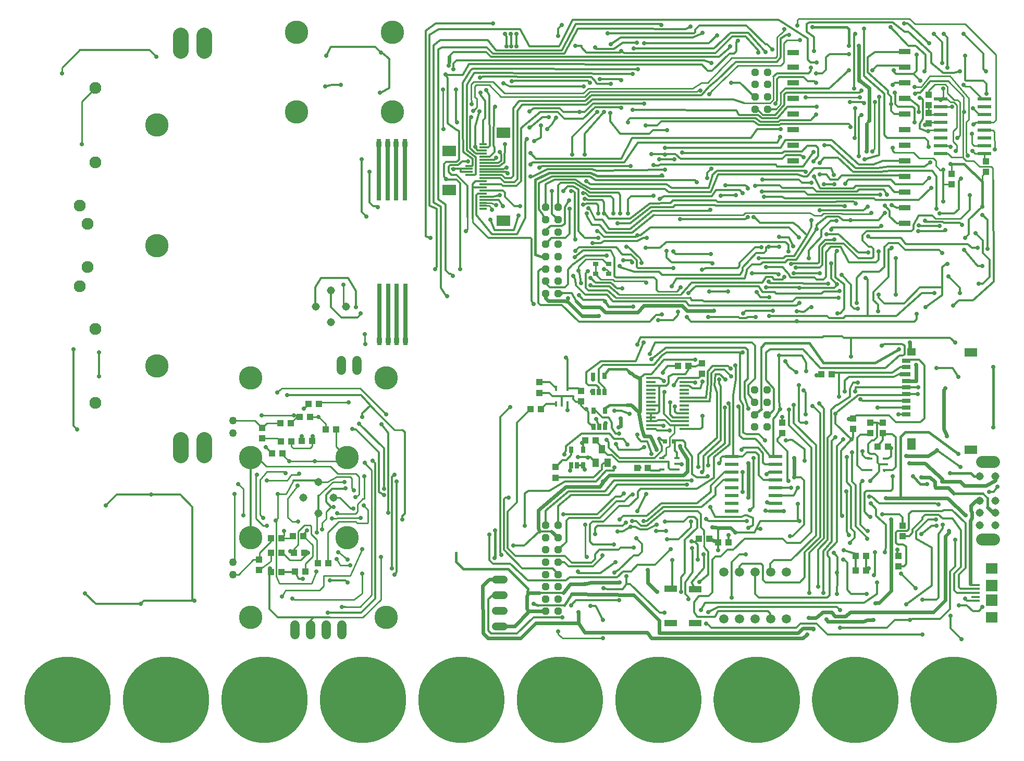
<source format=gbl>
G75*
G70*
%OFA0B0*%
%FSLAX24Y24*%
%IPPOS*%
%LPD*%
%AMOC8*
5,1,8,0,0,1.08239X$1,22.5*
%
%ADD10R,0.0433X0.0394*%
%ADD11R,0.0787X0.0394*%
%ADD12R,0.0866X0.0197*%
%ADD13C,0.0515*%
%ADD14C,0.0768*%
%ADD15OC8,0.0476*%
%ADD16R,0.0787X0.0551*%
%ADD17R,0.0551X0.0504*%
%ADD18R,0.0551X0.0768*%
%ADD19R,0.0551X0.0276*%
%ADD20R,0.0531X0.0157*%
%ADD21R,0.0748X0.0709*%
%ADD22R,0.0748X0.0748*%
%ADD23R,0.0272X0.0390*%
%ADD24R,0.0591X0.0138*%
%ADD25R,0.0394X0.0433*%
%ADD26R,0.0320X0.0160*%
%ADD27R,0.0394X0.0551*%
%ADD28R,0.0315X0.0315*%
%ADD29C,0.0594*%
%ADD30C,0.0515*%
%ADD31R,0.0512X0.0118*%
%ADD32R,0.0866X0.0709*%
%ADD33C,0.1502*%
%ADD34C,0.0760*%
%ADD35C,0.1005*%
%ADD36R,0.0760X0.0380*%
%ADD37R,0.0160X0.0320*%
%ADD38C,0.0600*%
%ADD39C,0.0500*%
%ADD40C,0.4724*%
%ADD41C,0.1896*%
%ADD42R,0.0354X0.0256*%
%ADD43R,0.0315X0.3937*%
%ADD44R,0.0318X0.0318*%
%ADD45C,0.0120*%
%ADD46C,0.0278*%
%ADD47C,0.0240*%
%ADD48C,0.0160*%
%ADD49C,0.0100*%
D10*
X018427Y013643D03*
X019096Y013643D03*
X021419Y014194D03*
X022088Y014194D03*
X019175Y021242D03*
X018506Y021242D03*
X020828Y024391D03*
X021498Y024391D03*
X036635Y020356D03*
X036635Y019687D03*
X041852Y020297D03*
X042521Y020297D03*
X045785Y015780D03*
X046454Y015780D03*
X047045Y015544D03*
X047714Y015544D03*
X055828Y014667D03*
X056498Y014667D03*
X056498Y013722D03*
X055828Y013722D03*
X058565Y014017D03*
X058565Y014687D03*
X058840Y015946D03*
X058840Y016616D03*
X055651Y022797D03*
X055651Y023466D03*
X051124Y023191D03*
X051124Y022521D03*
X045120Y026832D03*
X044450Y026832D03*
X060494Y042364D03*
X060494Y043033D03*
X060494Y043545D03*
X060494Y044214D03*
D11*
X045561Y012545D03*
X043986Y012584D03*
X043986Y010380D03*
X045561Y010380D03*
D12*
X047899Y017531D03*
X047899Y018031D03*
X047899Y018531D03*
X047899Y019031D03*
X047899Y019531D03*
X047899Y020031D03*
X047899Y020531D03*
X047899Y021031D03*
X050694Y021031D03*
X050694Y020535D03*
X050694Y020035D03*
X050694Y019535D03*
X050694Y019031D03*
X050694Y018535D03*
X050694Y018035D03*
X050694Y017535D03*
X061277Y040429D03*
X061277Y040925D03*
X061277Y041425D03*
X061277Y041925D03*
X061277Y042429D03*
X061277Y042925D03*
X061277Y043425D03*
X061277Y043925D03*
X064072Y043929D03*
X064072Y043429D03*
X064072Y042929D03*
X064072Y042429D03*
X064072Y041929D03*
X064072Y041429D03*
X064072Y040929D03*
X064072Y040429D03*
D13*
X063781Y019785D03*
X064765Y019785D03*
X064765Y018210D03*
X063781Y018210D03*
X063781Y017423D03*
X063781Y016635D03*
X064765Y016635D03*
X064765Y017423D03*
X023230Y030651D03*
X022265Y029647D03*
X021301Y030651D03*
X022265Y031655D03*
X021478Y019411D03*
X022443Y018407D03*
X021478Y017403D03*
X020513Y018407D03*
D14*
X063889Y020691D02*
X064657Y020691D01*
X064657Y015730D02*
X063889Y015730D01*
D15*
X050159Y022927D03*
X049372Y022927D03*
X049372Y023714D03*
X050159Y023714D03*
X050159Y024502D03*
X049372Y024502D03*
X049372Y025289D03*
X050159Y025289D03*
X036793Y031478D03*
X036793Y032265D03*
X036006Y032265D03*
X036006Y031478D03*
X036006Y033053D03*
X036793Y033053D03*
X036793Y033840D03*
X036006Y033840D03*
X036006Y034628D03*
X036793Y034628D03*
X036793Y035415D03*
X036793Y036202D03*
X036006Y036202D03*
X036006Y035415D03*
X036006Y036990D03*
X036793Y036990D03*
X049399Y043281D03*
X049399Y044069D03*
X050187Y044069D03*
X050187Y043281D03*
X050187Y044856D03*
X050187Y045643D03*
X049399Y045643D03*
X049399Y044856D03*
X036793Y016635D03*
X036006Y016635D03*
X036006Y015848D03*
X036793Y015848D03*
X036793Y015061D03*
X036006Y015061D03*
X036006Y014273D03*
X036793Y014273D03*
X036793Y013486D03*
X036006Y013486D03*
X036006Y012698D03*
X036793Y012698D03*
X036793Y011911D03*
X036006Y011911D03*
X036006Y011124D03*
X036793Y011124D03*
D16*
X063191Y021478D03*
X063191Y027698D03*
D17*
X059411Y027722D03*
D18*
X059411Y021822D03*
D19*
X059069Y023722D03*
X059069Y024155D03*
X059069Y024588D03*
X059069Y025021D03*
X059069Y025454D03*
X059069Y025887D03*
X059069Y026320D03*
X059069Y026754D03*
X059069Y027187D03*
D20*
X063486Y012817D03*
X063486Y012561D03*
X063486Y012305D03*
X063486Y012049D03*
X063486Y011793D03*
D21*
X064539Y010730D03*
X064539Y013880D03*
D22*
X064539Y012757D03*
X064539Y011852D03*
D23*
X039805Y022939D03*
X039431Y022939D03*
X039057Y022939D03*
X039057Y023958D03*
X039805Y023958D03*
X039765Y025183D03*
X039391Y025183D03*
X039017Y025183D03*
X039017Y026202D03*
X039765Y026202D03*
X038387Y021478D03*
X037639Y021478D03*
X037639Y020458D03*
X038013Y020458D03*
X038387Y020458D03*
D24*
X042738Y022793D03*
X042738Y023045D03*
X042738Y023297D03*
X042738Y023549D03*
X042738Y023801D03*
X042738Y024053D03*
X042738Y024305D03*
X042738Y024549D03*
X042738Y024809D03*
X042738Y025061D03*
X042738Y025313D03*
X042738Y025565D03*
X042738Y025817D03*
X042738Y026069D03*
X044864Y026069D03*
X044864Y025817D03*
X044864Y025565D03*
X044864Y025313D03*
X044864Y025061D03*
X044864Y024809D03*
X044864Y024557D03*
X044864Y024305D03*
X044864Y024053D03*
X044864Y023801D03*
X044864Y023549D03*
X044864Y023297D03*
X044864Y023045D03*
X044864Y022793D03*
D25*
X046006Y026340D03*
X046006Y027009D03*
X039214Y022069D03*
X038545Y022069D03*
X038250Y024569D03*
X038250Y025238D03*
X035612Y025120D03*
X035612Y025789D03*
X035710Y024076D03*
X035041Y024076D03*
X022600Y022777D03*
X021931Y022777D03*
X021065Y022029D03*
X020395Y022029D03*
X019726Y021990D03*
X019057Y021990D03*
X019017Y023171D03*
X019687Y023171D03*
X020277Y023565D03*
X020946Y023565D03*
X017856Y022876D03*
X017856Y022206D03*
X018427Y015809D03*
X019096Y015809D03*
X019844Y015927D03*
X020513Y015927D03*
X020553Y014864D03*
X019883Y014864D03*
X019096Y014864D03*
X018427Y014864D03*
X017659Y014450D03*
X017659Y013781D03*
X019962Y013683D03*
X020631Y013683D03*
X053624Y026320D03*
X054293Y026320D03*
X056754Y023191D03*
X056754Y022521D03*
X057580Y022521D03*
X057580Y023191D03*
X057246Y021675D03*
X057915Y021675D03*
X061950Y038466D03*
X061950Y039135D03*
X064155Y039254D03*
X064155Y039923D03*
D26*
X057718Y020907D03*
X057718Y020533D03*
X057718Y020159D03*
X056734Y020159D03*
X056734Y020907D03*
X044411Y020946D03*
X044411Y020572D03*
X044411Y020198D03*
X043427Y020198D03*
X043427Y020946D03*
D27*
X039962Y020651D03*
X039214Y020651D03*
X039588Y021517D03*
D28*
X043624Y021990D03*
X044214Y021990D03*
D29*
X047391Y013647D03*
X048391Y013647D03*
X049391Y013647D03*
X050391Y013647D03*
X051391Y013647D03*
X051391Y010647D03*
X050391Y010647D03*
X049391Y010647D03*
X048391Y010647D03*
X047391Y010647D03*
D30*
X033310Y010175D02*
X032795Y010175D01*
X032795Y011175D02*
X033310Y011175D01*
X033310Y012175D02*
X032795Y012175D01*
X032795Y013175D02*
X033310Y013175D01*
D31*
X032009Y036891D03*
X032009Y037088D03*
X032009Y037285D03*
X032009Y037482D03*
X032009Y037679D03*
X032009Y037876D03*
X032009Y038072D03*
X032009Y038269D03*
X032009Y038466D03*
X032009Y038663D03*
X032009Y038860D03*
X032009Y039057D03*
X032009Y039254D03*
X032009Y039450D03*
X032009Y039647D03*
X032009Y039844D03*
X032009Y040041D03*
X032009Y040238D03*
X032009Y040435D03*
X032009Y040631D03*
X032009Y040828D03*
X032009Y041025D03*
X031104Y039650D03*
X031104Y039454D03*
X031104Y039257D03*
X031104Y039060D03*
D32*
X029824Y038112D03*
X029824Y040592D03*
X033289Y041773D03*
X033289Y036143D03*
D33*
X026202Y043092D03*
X020061Y043092D03*
X020061Y048210D03*
X026202Y048210D03*
X011124Y042265D03*
X011124Y034549D03*
X011124Y026832D03*
X017147Y026084D03*
X017147Y020966D03*
X023289Y020966D03*
X025809Y026084D03*
X023289Y015848D03*
X025809Y010730D03*
X017147Y010730D03*
X017147Y015848D03*
D34*
X007187Y024454D03*
X007187Y029210D03*
X006187Y031927D03*
X006687Y033171D03*
X006687Y035927D03*
X006187Y037108D03*
X007187Y039887D03*
X007187Y044643D03*
D35*
X012657Y046999D02*
X012657Y048004D01*
X014157Y048004D02*
X014157Y046999D01*
X014157Y022099D02*
X014157Y021094D01*
X012657Y021094D02*
X012657Y022099D01*
D36*
X051819Y039956D03*
X051819Y040956D03*
X051819Y041956D03*
X051819Y042956D03*
X051819Y043956D03*
X051819Y044956D03*
X051819Y045956D03*
X051819Y046906D03*
X058969Y046956D03*
X058969Y045956D03*
X058969Y044956D03*
X058969Y043956D03*
X058969Y042956D03*
X058969Y041956D03*
X058969Y040956D03*
X058969Y039956D03*
X058969Y038956D03*
X058969Y037956D03*
X058969Y036956D03*
X058969Y035956D03*
D37*
X037403Y025395D03*
X036655Y025395D03*
X036655Y024411D03*
X037029Y024411D03*
X037403Y024411D03*
D38*
X023946Y026572D02*
X023946Y027172D01*
X022946Y027172D02*
X022946Y026572D01*
X022978Y010243D02*
X022978Y009643D01*
X021978Y009643D02*
X021978Y010243D01*
X020978Y010243D02*
X020978Y009643D01*
X019978Y009643D02*
X019978Y010243D01*
D39*
X016006Y013486D03*
X016006Y014273D03*
X016006Y022541D03*
X016006Y023328D03*
D40*
X017619Y005454D02*
X017621Y005493D01*
X017627Y005532D01*
X017637Y005570D01*
X017650Y005607D01*
X017667Y005642D01*
X017687Y005676D01*
X017711Y005707D01*
X017738Y005736D01*
X017767Y005762D01*
X017799Y005785D01*
X017833Y005805D01*
X017869Y005821D01*
X017906Y005833D01*
X017945Y005842D01*
X017984Y005847D01*
X018023Y005848D01*
X018062Y005845D01*
X018101Y005838D01*
X018138Y005827D01*
X018175Y005813D01*
X018210Y005795D01*
X018243Y005774D01*
X018274Y005749D01*
X018302Y005722D01*
X018327Y005692D01*
X018349Y005659D01*
X018368Y005625D01*
X018383Y005589D01*
X018395Y005551D01*
X018403Y005513D01*
X018407Y005474D01*
X018407Y005434D01*
X018403Y005395D01*
X018395Y005357D01*
X018383Y005319D01*
X018368Y005283D01*
X018349Y005249D01*
X018327Y005216D01*
X018302Y005186D01*
X018274Y005159D01*
X018243Y005134D01*
X018210Y005113D01*
X018175Y005095D01*
X018138Y005081D01*
X018101Y005070D01*
X018062Y005063D01*
X018023Y005060D01*
X017984Y005061D01*
X017945Y005066D01*
X017906Y005075D01*
X017869Y005087D01*
X017833Y005103D01*
X017799Y005123D01*
X017767Y005146D01*
X017738Y005172D01*
X017711Y005201D01*
X017687Y005232D01*
X017667Y005266D01*
X017650Y005301D01*
X017637Y005338D01*
X017627Y005376D01*
X017621Y005415D01*
X017619Y005454D01*
X011320Y005454D02*
X011322Y005493D01*
X011328Y005532D01*
X011338Y005570D01*
X011351Y005607D01*
X011368Y005642D01*
X011388Y005676D01*
X011412Y005707D01*
X011439Y005736D01*
X011468Y005762D01*
X011500Y005785D01*
X011534Y005805D01*
X011570Y005821D01*
X011607Y005833D01*
X011646Y005842D01*
X011685Y005847D01*
X011724Y005848D01*
X011763Y005845D01*
X011802Y005838D01*
X011839Y005827D01*
X011876Y005813D01*
X011911Y005795D01*
X011944Y005774D01*
X011975Y005749D01*
X012003Y005722D01*
X012028Y005692D01*
X012050Y005659D01*
X012069Y005625D01*
X012084Y005589D01*
X012096Y005551D01*
X012104Y005513D01*
X012108Y005474D01*
X012108Y005434D01*
X012104Y005395D01*
X012096Y005357D01*
X012084Y005319D01*
X012069Y005283D01*
X012050Y005249D01*
X012028Y005216D01*
X012003Y005186D01*
X011975Y005159D01*
X011944Y005134D01*
X011911Y005113D01*
X011876Y005095D01*
X011839Y005081D01*
X011802Y005070D01*
X011763Y005063D01*
X011724Y005060D01*
X011685Y005061D01*
X011646Y005066D01*
X011607Y005075D01*
X011570Y005087D01*
X011534Y005103D01*
X011500Y005123D01*
X011468Y005146D01*
X011439Y005172D01*
X011412Y005201D01*
X011388Y005232D01*
X011368Y005266D01*
X011351Y005301D01*
X011338Y005338D01*
X011328Y005376D01*
X011322Y005415D01*
X011320Y005454D01*
X005021Y005454D02*
X005023Y005493D01*
X005029Y005532D01*
X005039Y005570D01*
X005052Y005607D01*
X005069Y005642D01*
X005089Y005676D01*
X005113Y005707D01*
X005140Y005736D01*
X005169Y005762D01*
X005201Y005785D01*
X005235Y005805D01*
X005271Y005821D01*
X005308Y005833D01*
X005347Y005842D01*
X005386Y005847D01*
X005425Y005848D01*
X005464Y005845D01*
X005503Y005838D01*
X005540Y005827D01*
X005577Y005813D01*
X005612Y005795D01*
X005645Y005774D01*
X005676Y005749D01*
X005704Y005722D01*
X005729Y005692D01*
X005751Y005659D01*
X005770Y005625D01*
X005785Y005589D01*
X005797Y005551D01*
X005805Y005513D01*
X005809Y005474D01*
X005809Y005434D01*
X005805Y005395D01*
X005797Y005357D01*
X005785Y005319D01*
X005770Y005283D01*
X005751Y005249D01*
X005729Y005216D01*
X005704Y005186D01*
X005676Y005159D01*
X005645Y005134D01*
X005612Y005113D01*
X005577Y005095D01*
X005540Y005081D01*
X005503Y005070D01*
X005464Y005063D01*
X005425Y005060D01*
X005386Y005061D01*
X005347Y005066D01*
X005308Y005075D01*
X005271Y005087D01*
X005235Y005103D01*
X005201Y005123D01*
X005169Y005146D01*
X005140Y005172D01*
X005113Y005201D01*
X005089Y005232D01*
X005069Y005266D01*
X005052Y005301D01*
X005039Y005338D01*
X005029Y005376D01*
X005023Y005415D01*
X005021Y005454D01*
X023919Y005454D02*
X023921Y005493D01*
X023927Y005532D01*
X023937Y005570D01*
X023950Y005607D01*
X023967Y005642D01*
X023987Y005676D01*
X024011Y005707D01*
X024038Y005736D01*
X024067Y005762D01*
X024099Y005785D01*
X024133Y005805D01*
X024169Y005821D01*
X024206Y005833D01*
X024245Y005842D01*
X024284Y005847D01*
X024323Y005848D01*
X024362Y005845D01*
X024401Y005838D01*
X024438Y005827D01*
X024475Y005813D01*
X024510Y005795D01*
X024543Y005774D01*
X024574Y005749D01*
X024602Y005722D01*
X024627Y005692D01*
X024649Y005659D01*
X024668Y005625D01*
X024683Y005589D01*
X024695Y005551D01*
X024703Y005513D01*
X024707Y005474D01*
X024707Y005434D01*
X024703Y005395D01*
X024695Y005357D01*
X024683Y005319D01*
X024668Y005283D01*
X024649Y005249D01*
X024627Y005216D01*
X024602Y005186D01*
X024574Y005159D01*
X024543Y005134D01*
X024510Y005113D01*
X024475Y005095D01*
X024438Y005081D01*
X024401Y005070D01*
X024362Y005063D01*
X024323Y005060D01*
X024284Y005061D01*
X024245Y005066D01*
X024206Y005075D01*
X024169Y005087D01*
X024133Y005103D01*
X024099Y005123D01*
X024067Y005146D01*
X024038Y005172D01*
X024011Y005201D01*
X023987Y005232D01*
X023967Y005266D01*
X023950Y005301D01*
X023937Y005338D01*
X023927Y005376D01*
X023921Y005415D01*
X023919Y005454D01*
X030218Y005454D02*
X030220Y005493D01*
X030226Y005532D01*
X030236Y005570D01*
X030249Y005607D01*
X030266Y005642D01*
X030286Y005676D01*
X030310Y005707D01*
X030337Y005736D01*
X030366Y005762D01*
X030398Y005785D01*
X030432Y005805D01*
X030468Y005821D01*
X030505Y005833D01*
X030544Y005842D01*
X030583Y005847D01*
X030622Y005848D01*
X030661Y005845D01*
X030700Y005838D01*
X030737Y005827D01*
X030774Y005813D01*
X030809Y005795D01*
X030842Y005774D01*
X030873Y005749D01*
X030901Y005722D01*
X030926Y005692D01*
X030948Y005659D01*
X030967Y005625D01*
X030982Y005589D01*
X030994Y005551D01*
X031002Y005513D01*
X031006Y005474D01*
X031006Y005434D01*
X031002Y005395D01*
X030994Y005357D01*
X030982Y005319D01*
X030967Y005283D01*
X030948Y005249D01*
X030926Y005216D01*
X030901Y005186D01*
X030873Y005159D01*
X030842Y005134D01*
X030809Y005113D01*
X030774Y005095D01*
X030737Y005081D01*
X030700Y005070D01*
X030661Y005063D01*
X030622Y005060D01*
X030583Y005061D01*
X030544Y005066D01*
X030505Y005075D01*
X030468Y005087D01*
X030432Y005103D01*
X030398Y005123D01*
X030366Y005146D01*
X030337Y005172D01*
X030310Y005201D01*
X030286Y005232D01*
X030266Y005266D01*
X030249Y005301D01*
X030236Y005338D01*
X030226Y005376D01*
X030220Y005415D01*
X030218Y005454D01*
X036517Y005454D02*
X036519Y005493D01*
X036525Y005532D01*
X036535Y005570D01*
X036548Y005607D01*
X036565Y005642D01*
X036585Y005676D01*
X036609Y005707D01*
X036636Y005736D01*
X036665Y005762D01*
X036697Y005785D01*
X036731Y005805D01*
X036767Y005821D01*
X036804Y005833D01*
X036843Y005842D01*
X036882Y005847D01*
X036921Y005848D01*
X036960Y005845D01*
X036999Y005838D01*
X037036Y005827D01*
X037073Y005813D01*
X037108Y005795D01*
X037141Y005774D01*
X037172Y005749D01*
X037200Y005722D01*
X037225Y005692D01*
X037247Y005659D01*
X037266Y005625D01*
X037281Y005589D01*
X037293Y005551D01*
X037301Y005513D01*
X037305Y005474D01*
X037305Y005434D01*
X037301Y005395D01*
X037293Y005357D01*
X037281Y005319D01*
X037266Y005283D01*
X037247Y005249D01*
X037225Y005216D01*
X037200Y005186D01*
X037172Y005159D01*
X037141Y005134D01*
X037108Y005113D01*
X037073Y005095D01*
X037036Y005081D01*
X036999Y005070D01*
X036960Y005063D01*
X036921Y005060D01*
X036882Y005061D01*
X036843Y005066D01*
X036804Y005075D01*
X036767Y005087D01*
X036731Y005103D01*
X036697Y005123D01*
X036665Y005146D01*
X036636Y005172D01*
X036609Y005201D01*
X036585Y005232D01*
X036565Y005266D01*
X036548Y005301D01*
X036535Y005338D01*
X036525Y005376D01*
X036519Y005415D01*
X036517Y005454D01*
X042816Y005454D02*
X042818Y005493D01*
X042824Y005532D01*
X042834Y005570D01*
X042847Y005607D01*
X042864Y005642D01*
X042884Y005676D01*
X042908Y005707D01*
X042935Y005736D01*
X042964Y005762D01*
X042996Y005785D01*
X043030Y005805D01*
X043066Y005821D01*
X043103Y005833D01*
X043142Y005842D01*
X043181Y005847D01*
X043220Y005848D01*
X043259Y005845D01*
X043298Y005838D01*
X043335Y005827D01*
X043372Y005813D01*
X043407Y005795D01*
X043440Y005774D01*
X043471Y005749D01*
X043499Y005722D01*
X043524Y005692D01*
X043546Y005659D01*
X043565Y005625D01*
X043580Y005589D01*
X043592Y005551D01*
X043600Y005513D01*
X043604Y005474D01*
X043604Y005434D01*
X043600Y005395D01*
X043592Y005357D01*
X043580Y005319D01*
X043565Y005283D01*
X043546Y005249D01*
X043524Y005216D01*
X043499Y005186D01*
X043471Y005159D01*
X043440Y005134D01*
X043407Y005113D01*
X043372Y005095D01*
X043335Y005081D01*
X043298Y005070D01*
X043259Y005063D01*
X043220Y005060D01*
X043181Y005061D01*
X043142Y005066D01*
X043103Y005075D01*
X043066Y005087D01*
X043030Y005103D01*
X042996Y005123D01*
X042964Y005146D01*
X042935Y005172D01*
X042908Y005201D01*
X042884Y005232D01*
X042864Y005266D01*
X042847Y005301D01*
X042834Y005338D01*
X042824Y005376D01*
X042818Y005415D01*
X042816Y005454D01*
X049115Y005454D02*
X049117Y005493D01*
X049123Y005532D01*
X049133Y005570D01*
X049146Y005607D01*
X049163Y005642D01*
X049183Y005676D01*
X049207Y005707D01*
X049234Y005736D01*
X049263Y005762D01*
X049295Y005785D01*
X049329Y005805D01*
X049365Y005821D01*
X049402Y005833D01*
X049441Y005842D01*
X049480Y005847D01*
X049519Y005848D01*
X049558Y005845D01*
X049597Y005838D01*
X049634Y005827D01*
X049671Y005813D01*
X049706Y005795D01*
X049739Y005774D01*
X049770Y005749D01*
X049798Y005722D01*
X049823Y005692D01*
X049845Y005659D01*
X049864Y005625D01*
X049879Y005589D01*
X049891Y005551D01*
X049899Y005513D01*
X049903Y005474D01*
X049903Y005434D01*
X049899Y005395D01*
X049891Y005357D01*
X049879Y005319D01*
X049864Y005283D01*
X049845Y005249D01*
X049823Y005216D01*
X049798Y005186D01*
X049770Y005159D01*
X049739Y005134D01*
X049706Y005113D01*
X049671Y005095D01*
X049634Y005081D01*
X049597Y005070D01*
X049558Y005063D01*
X049519Y005060D01*
X049480Y005061D01*
X049441Y005066D01*
X049402Y005075D01*
X049365Y005087D01*
X049329Y005103D01*
X049295Y005123D01*
X049263Y005146D01*
X049234Y005172D01*
X049207Y005201D01*
X049183Y005232D01*
X049163Y005266D01*
X049146Y005301D01*
X049133Y005338D01*
X049123Y005376D01*
X049117Y005415D01*
X049115Y005454D01*
X055415Y005454D02*
X055417Y005493D01*
X055423Y005532D01*
X055433Y005570D01*
X055446Y005607D01*
X055463Y005642D01*
X055483Y005676D01*
X055507Y005707D01*
X055534Y005736D01*
X055563Y005762D01*
X055595Y005785D01*
X055629Y005805D01*
X055665Y005821D01*
X055702Y005833D01*
X055741Y005842D01*
X055780Y005847D01*
X055819Y005848D01*
X055858Y005845D01*
X055897Y005838D01*
X055934Y005827D01*
X055971Y005813D01*
X056006Y005795D01*
X056039Y005774D01*
X056070Y005749D01*
X056098Y005722D01*
X056123Y005692D01*
X056145Y005659D01*
X056164Y005625D01*
X056179Y005589D01*
X056191Y005551D01*
X056199Y005513D01*
X056203Y005474D01*
X056203Y005434D01*
X056199Y005395D01*
X056191Y005357D01*
X056179Y005319D01*
X056164Y005283D01*
X056145Y005249D01*
X056123Y005216D01*
X056098Y005186D01*
X056070Y005159D01*
X056039Y005134D01*
X056006Y005113D01*
X055971Y005095D01*
X055934Y005081D01*
X055897Y005070D01*
X055858Y005063D01*
X055819Y005060D01*
X055780Y005061D01*
X055741Y005066D01*
X055702Y005075D01*
X055665Y005087D01*
X055629Y005103D01*
X055595Y005123D01*
X055563Y005146D01*
X055534Y005172D01*
X055507Y005201D01*
X055483Y005232D01*
X055463Y005266D01*
X055446Y005301D01*
X055433Y005338D01*
X055423Y005376D01*
X055417Y005415D01*
X055415Y005454D01*
X061714Y005454D02*
X061716Y005493D01*
X061722Y005532D01*
X061732Y005570D01*
X061745Y005607D01*
X061762Y005642D01*
X061782Y005676D01*
X061806Y005707D01*
X061833Y005736D01*
X061862Y005762D01*
X061894Y005785D01*
X061928Y005805D01*
X061964Y005821D01*
X062001Y005833D01*
X062040Y005842D01*
X062079Y005847D01*
X062118Y005848D01*
X062157Y005845D01*
X062196Y005838D01*
X062233Y005827D01*
X062270Y005813D01*
X062305Y005795D01*
X062338Y005774D01*
X062369Y005749D01*
X062397Y005722D01*
X062422Y005692D01*
X062444Y005659D01*
X062463Y005625D01*
X062478Y005589D01*
X062490Y005551D01*
X062498Y005513D01*
X062502Y005474D01*
X062502Y005434D01*
X062498Y005395D01*
X062490Y005357D01*
X062478Y005319D01*
X062463Y005283D01*
X062444Y005249D01*
X062422Y005216D01*
X062397Y005186D01*
X062369Y005159D01*
X062338Y005134D01*
X062305Y005113D01*
X062270Y005095D01*
X062233Y005081D01*
X062196Y005070D01*
X062157Y005063D01*
X062118Y005060D01*
X062079Y005061D01*
X062040Y005066D01*
X062001Y005075D01*
X061964Y005087D01*
X061928Y005103D01*
X061894Y005123D01*
X061862Y005146D01*
X061833Y005172D01*
X061806Y005201D01*
X061782Y005232D01*
X061762Y005266D01*
X061745Y005301D01*
X061732Y005338D01*
X061722Y005376D01*
X061716Y005415D01*
X061714Y005454D01*
D41*
X005415Y005454D03*
X011714Y005454D03*
X018013Y005454D03*
X024313Y005454D03*
X030612Y005454D03*
X036911Y005454D03*
X043210Y005454D03*
X049509Y005454D03*
X055809Y005454D03*
X062108Y005454D03*
D42*
X040041Y032728D03*
X040041Y033378D03*
X039214Y033378D03*
X039214Y032728D03*
D43*
X027029Y030139D03*
X026478Y030139D03*
X025927Y030139D03*
X025376Y030139D03*
X025336Y039391D03*
X025887Y039391D03*
X026439Y039391D03*
X026990Y039391D03*
D44*
X026990Y041045D03*
X026439Y041045D03*
X025887Y041045D03*
X025336Y041045D03*
X025376Y028486D03*
X025927Y028486D03*
X026478Y028486D03*
X027029Y028486D03*
D45*
X024155Y030139D02*
X023958Y029943D01*
X022935Y029943D01*
X022265Y030612D01*
X022265Y031655D01*
X021281Y031872D02*
X021635Y032462D01*
X023368Y032462D01*
X023880Y031635D01*
X023880Y030612D01*
X024155Y030218D02*
X024155Y030139D01*
X021301Y030651D02*
X021281Y030671D01*
X021281Y031872D01*
X024549Y036399D02*
X024234Y036714D01*
X024234Y040061D01*
X024746Y039273D02*
X024746Y037305D01*
X024982Y037069D01*
X025179Y037069D01*
X025257Y036990D01*
X028328Y035139D02*
X028643Y035021D01*
X028328Y035139D02*
X028328Y048289D01*
X028958Y048761D01*
X032620Y048761D01*
X033407Y048092D02*
X033486Y047935D01*
X033486Y047305D01*
X033801Y047305D02*
X033801Y048053D01*
X033761Y048092D01*
X034116Y048092D02*
X034116Y047305D01*
X034982Y047305D02*
X034352Y048407D01*
X029155Y048407D01*
X028565Y048053D01*
X028565Y037108D01*
X029037Y036911D01*
X029037Y033210D01*
X029588Y032974D02*
X029824Y032738D01*
X029943Y032738D01*
X030061Y032620D01*
X029588Y032974D02*
X029588Y037187D01*
X029116Y037502D01*
X029116Y047108D01*
X029352Y047226D01*
X032226Y047226D01*
X032620Y046832D01*
X037187Y046832D01*
X037423Y047265D01*
X038053Y048446D01*
X042856Y048446D01*
X043013Y048407D01*
X044976Y048407D01*
X045257Y048571D01*
X045572Y048368D02*
X045848Y048643D01*
X048840Y048643D01*
X050061Y047423D01*
X050179Y047423D01*
X050494Y047108D01*
X050061Y046950D02*
X048958Y048171D01*
X047817Y048171D01*
X046754Y047187D01*
X041635Y047187D01*
X041832Y047541D02*
X040927Y047541D01*
X040376Y047147D01*
X039234Y047147D01*
X039155Y047226D01*
X038604Y046911D02*
X040769Y046911D01*
X040848Y046990D01*
X041045Y046872D01*
X046872Y046872D01*
X047935Y047935D01*
X048801Y047935D01*
X049628Y046990D01*
X049588Y046911D01*
X050809Y046320D02*
X048171Y046320D01*
X046990Y045179D01*
X046478Y044746D01*
X045966Y044155D01*
X038919Y044155D01*
X038525Y043801D01*
X034313Y043801D01*
X033919Y043328D01*
X033919Y038998D01*
X033801Y038880D01*
X033407Y038880D01*
X033191Y039057D01*
X032009Y039057D01*
X032009Y039254D02*
X033506Y039254D01*
X033565Y039155D01*
X033309Y039450D02*
X033486Y039549D01*
X033309Y039450D02*
X032009Y039450D01*
X032009Y039647D02*
X033033Y039647D01*
X033368Y039864D01*
X033407Y041045D01*
X033053Y040533D02*
X033053Y040494D01*
X033171Y040376D01*
X033171Y039982D01*
X032954Y039844D01*
X032009Y039844D01*
X032009Y040041D02*
X032718Y040041D01*
X032817Y040179D01*
X032738Y040533D02*
X032738Y040848D01*
X032659Y040927D01*
X032698Y043368D01*
X032777Y043446D01*
X032383Y043604D02*
X032383Y044155D01*
X032187Y044509D01*
X031832Y044352D02*
X031832Y044194D01*
X032128Y043820D01*
X032128Y042718D01*
X031990Y042580D01*
X032009Y041025D01*
X032009Y040828D02*
X032324Y040828D01*
X032423Y040927D01*
X032383Y043604D01*
X031754Y043131D02*
X031498Y042167D01*
X031498Y040887D01*
X031635Y040631D01*
X032009Y040631D01*
X032009Y040435D02*
X031537Y040435D01*
X031163Y040769D01*
X031163Y042620D01*
X031242Y042777D01*
X030710Y042167D02*
X030691Y044982D01*
X031202Y045769D01*
X031320Y045887D01*
X041911Y045848D01*
X041557Y045533D02*
X031439Y045612D01*
X030966Y044824D01*
X030966Y040651D01*
X031517Y040218D01*
X031517Y039116D01*
X031422Y039060D01*
X031104Y039060D01*
X031104Y039257D02*
X030550Y039257D01*
X030550Y039398D01*
X030494Y039454D01*
X030005Y039454D01*
X030100Y039431D01*
X029903Y039706D02*
X029785Y039588D01*
X029785Y039273D01*
X029982Y039076D01*
X030297Y039076D01*
X031006Y038368D01*
X031006Y036360D01*
X031320Y036281D02*
X031320Y038289D01*
X031340Y038269D01*
X032009Y038269D01*
X032009Y038072D02*
X033269Y038072D01*
X033407Y037935D01*
X033407Y037659D01*
X033998Y037069D01*
X034352Y037069D01*
X034273Y036478D02*
X033958Y035533D01*
X032738Y035533D01*
X032462Y036202D01*
X032580Y035257D02*
X031557Y036517D01*
X031557Y037777D01*
X031655Y037876D01*
X032009Y037876D01*
X032009Y037679D02*
X032639Y037679D01*
X033053Y037777D01*
X032994Y037482D02*
X032009Y037482D01*
X032994Y037482D02*
X033250Y037069D01*
X033250Y038368D02*
X034116Y038368D01*
X034431Y038683D01*
X034431Y042069D01*
X035651Y043092D01*
X036754Y043092D01*
X037187Y042659D01*
X038407Y042659D01*
X039155Y043407D01*
X040769Y043407D01*
X040809Y043368D01*
X040848Y043368D01*
X041557Y043250D02*
X041754Y043250D01*
X048210Y043210D01*
X048368Y042895D01*
X049588Y042895D01*
X049824Y042698D01*
X050848Y042698D01*
X051478Y043446D01*
X053328Y043446D01*
X053210Y043446D01*
X053289Y042935D02*
X052974Y042580D01*
X051006Y042580D01*
X050887Y042462D01*
X049746Y042462D01*
X049431Y042698D01*
X041399Y042698D01*
X041281Y042580D01*
X041281Y042423D01*
X040769Y041714D02*
X040139Y042502D01*
X040139Y043053D01*
X039746Y043092D02*
X038486Y041714D01*
X038486Y040376D01*
X037698Y040376D02*
X037698Y041517D01*
X039313Y043092D01*
X039037Y043643D02*
X042305Y043643D01*
X042383Y042226D02*
X043131Y042226D01*
X043407Y042502D01*
X049313Y042502D01*
X049628Y042265D01*
X050966Y042265D01*
X051045Y042344D01*
X055415Y042344D01*
X055494Y042226D01*
X055494Y042147D01*
X056045Y042777D02*
X056045Y040257D01*
X056399Y040061D02*
X057344Y040336D01*
X057344Y044076D01*
X057659Y044273D02*
X057659Y041635D01*
X057817Y041439D01*
X060257Y041439D01*
X060454Y041242D01*
X060454Y040887D01*
X060494Y040887D01*
X060454Y041878D02*
X060376Y041878D01*
X059943Y042035D01*
X059943Y042344D01*
X060139Y042659D01*
X060139Y043880D01*
X060021Y043998D01*
X059943Y043998D01*
X059982Y044352D02*
X060612Y045061D01*
X061754Y045061D01*
X061439Y045612D02*
X062108Y045612D01*
X062502Y045691D01*
X062817Y045139D02*
X062856Y045100D01*
X063998Y045100D01*
X064194Y044903D01*
X064194Y044273D01*
X062817Y045139D02*
X062817Y046714D01*
X063998Y046832D02*
X062738Y048092D01*
X061714Y047856D02*
X061478Y048092D01*
X061714Y047856D02*
X061714Y045927D01*
X061439Y045612D02*
X060651Y046242D01*
X060651Y046872D01*
X059194Y048250D01*
X058958Y048250D01*
X058210Y048840D01*
X052856Y048840D01*
X052698Y048722D01*
X052698Y048250D01*
X053171Y047895D01*
X053171Y046990D01*
X052777Y046478D02*
X052777Y047817D01*
X050887Y048998D01*
X037738Y048998D01*
X036872Y047305D01*
X034982Y047305D01*
X036793Y047974D02*
X036793Y048446D01*
X037029Y048683D01*
X037935Y048722D02*
X043407Y048722D01*
X043407Y048683D01*
X042305Y047502D02*
X046439Y047502D01*
X046950Y048013D01*
X046045Y048131D02*
X046045Y048171D01*
X046045Y048131D02*
X045415Y047856D01*
X040809Y047856D01*
X040179Y047423D01*
X039982Y048131D02*
X045494Y048131D01*
X045572Y048210D01*
X045572Y048368D01*
X047108Y046635D02*
X032502Y046635D01*
X032187Y046950D01*
X030100Y046950D01*
X029883Y046734D01*
X029785Y046635D01*
X029785Y046084D01*
X029883Y046301D01*
X029883Y046734D01*
X030297Y046399D02*
X030100Y046202D01*
X030100Y045848D01*
X030297Y046399D02*
X046124Y046399D01*
X046517Y046281D01*
X046517Y046242D01*
X046596Y046242D01*
X046635Y045730D02*
X046360Y045730D01*
X046006Y046124D01*
X031084Y046163D01*
X030691Y045454D01*
X029588Y045454D01*
X029746Y045257D01*
X029746Y042383D01*
X030218Y041990D01*
X030454Y041872D01*
X030454Y040021D01*
X030297Y039903D01*
X029628Y039903D01*
X029509Y039785D01*
X029509Y038958D01*
X029647Y038820D01*
X029706Y038761D01*
X030297Y038761D01*
X030533Y038525D01*
X030533Y033053D01*
X029313Y031832D02*
X029588Y031360D01*
X029706Y031320D01*
X029313Y031832D02*
X029313Y037029D01*
X028840Y037305D01*
X028840Y047383D01*
X029273Y047698D01*
X032305Y047698D01*
X032817Y047029D01*
X037029Y047029D01*
X037935Y048722D01*
X037895Y047344D02*
X038289Y047344D01*
X038289Y047226D01*
X038604Y046911D01*
X038919Y045336D02*
X039194Y045021D01*
X039234Y044943D01*
X039313Y044903D01*
X040179Y044903D01*
X040730Y045218D02*
X039470Y045218D01*
X038919Y045336D02*
X034234Y045336D01*
X034116Y045376D01*
X031990Y045376D01*
X031793Y045297D01*
X033289Y044943D02*
X033683Y044746D01*
X038446Y044746D01*
X038683Y045100D02*
X038840Y044982D01*
X038683Y045100D02*
X034116Y045100D01*
X033840Y045061D01*
X034509Y043565D02*
X034194Y043171D01*
X034194Y038801D01*
X033998Y038604D01*
X033368Y038604D01*
X033112Y038860D01*
X032009Y038860D01*
X032009Y038663D02*
X031498Y038663D01*
X031320Y038486D01*
X031320Y038289D01*
X032009Y038466D02*
X033151Y038466D01*
X033250Y038368D01*
X035021Y038958D02*
X035061Y038919D01*
X036084Y039431D01*
X038958Y039431D01*
X039273Y039352D01*
X043643Y039391D01*
X043368Y039746D02*
X043210Y039667D01*
X043013Y039667D01*
X042895Y039706D01*
X043368Y039746D02*
X050730Y039746D01*
X050809Y039588D01*
X052462Y039588D01*
X053131Y040533D01*
X053446Y040769D02*
X053289Y040927D01*
X052738Y040927D01*
X052383Y040572D01*
X051281Y040572D01*
X051124Y040454D01*
X044903Y040454D01*
X044785Y040494D01*
X044746Y040494D01*
X044628Y040100D02*
X044313Y040415D01*
X043722Y040415D01*
X043643Y040376D01*
X043683Y040415D01*
X043722Y040415D01*
X043683Y040415D02*
X042777Y040415D01*
X043250Y040061D02*
X044234Y040061D01*
X044628Y040100D02*
X051124Y040100D01*
X051360Y040336D01*
X052305Y040336D01*
X052502Y040218D01*
X053131Y039943D02*
X053446Y040257D01*
X053446Y040769D01*
X053840Y040966D02*
X054194Y040966D01*
X055848Y039509D01*
X057226Y039509D01*
X057895Y039588D01*
X060218Y039588D01*
X060612Y039864D01*
X060730Y039352D02*
X061006Y038958D01*
X061006Y036911D01*
X061202Y036596D02*
X062147Y036596D01*
X062423Y036872D01*
X062423Y038683D01*
X062580Y038840D01*
X063131Y037777D02*
X063131Y036832D01*
X062580Y036281D01*
X062502Y036006D02*
X061478Y036006D01*
X061399Y036084D01*
X060297Y036084D01*
X060257Y036124D01*
X059943Y035809D02*
X059903Y035848D01*
X059864Y035848D01*
X059943Y035809D02*
X061202Y035809D01*
X061478Y035454D02*
X059824Y035454D01*
X059549Y035612D02*
X059549Y035887D01*
X059864Y036478D01*
X060730Y036478D01*
X061439Y037378D02*
X061439Y038446D01*
X061439Y039391D01*
X060730Y039352D02*
X058053Y039352D01*
X057383Y039273D01*
X055651Y039273D01*
X054706Y040179D01*
X053801Y040179D01*
X053525Y039824D01*
X053171Y039509D02*
X052738Y038958D01*
X052502Y038958D01*
X052108Y039116D01*
X047029Y039116D01*
X046557Y037974D01*
X043880Y037974D01*
X043643Y038171D01*
X038880Y038171D01*
X038328Y038486D01*
X037895Y038761D01*
X036557Y038761D01*
X036006Y038486D01*
X036006Y036990D01*
X035572Y036872D02*
X035769Y036596D01*
X036006Y036202D01*
X036320Y035809D02*
X037029Y035809D01*
X037226Y035927D01*
X037226Y036990D01*
X037502Y037423D01*
X037541Y036911D02*
X037541Y035297D01*
X037265Y035021D01*
X036360Y035021D01*
X036006Y034628D01*
X036006Y035415D02*
X036006Y035533D01*
X036320Y035809D01*
X036793Y036202D02*
X036399Y036557D01*
X036399Y038053D01*
X036793Y038407D02*
X036950Y038565D01*
X037817Y038565D01*
X038565Y038131D01*
X038840Y037935D01*
X040651Y037935D01*
X040769Y037777D01*
X040769Y036596D01*
X040336Y036596D02*
X040336Y037541D01*
X040179Y037698D01*
X038761Y037698D01*
X038565Y037895D01*
X038407Y037895D01*
X038486Y037541D02*
X038604Y037541D01*
X038683Y037462D01*
X039628Y037462D01*
X039746Y037305D01*
X039746Y036596D01*
X039785Y036596D01*
X040021Y036281D01*
X041399Y036281D01*
X042659Y037226D01*
X043998Y037265D01*
X044116Y037423D01*
X046911Y037423D01*
X046990Y037344D01*
X054509Y037344D01*
X054667Y037383D01*
X055691Y037383D01*
X055848Y037226D01*
X056335Y036793D02*
X056584Y037042D01*
X056335Y036793D02*
X053525Y036793D01*
X053998Y036399D02*
X053328Y035887D01*
X053328Y035612D01*
X052029Y033643D01*
X051478Y033643D01*
X051320Y033486D01*
X049903Y033486D01*
X049746Y033328D01*
X049194Y033328D01*
X048880Y033013D01*
X048880Y032895D01*
X048722Y032423D01*
X044352Y032423D01*
X044076Y031950D01*
X044431Y031596D02*
X044628Y031872D01*
X044667Y031399D02*
X045336Y032187D01*
X049864Y032187D01*
X050100Y032541D01*
X050494Y032541D01*
X050612Y032383D01*
X051163Y032383D01*
X051242Y032502D01*
X051281Y032541D01*
X051517Y032738D02*
X051281Y033053D01*
X051163Y033171D01*
X050100Y033171D01*
X049628Y033722D02*
X051202Y033722D01*
X051360Y033880D01*
X051911Y033880D01*
X052743Y035198D01*
X052250Y035651D01*
X052187Y035730D01*
X051832Y036006D01*
X049706Y036006D01*
X049352Y036360D01*
X049313Y036360D01*
X048919Y036360D02*
X048761Y036242D01*
X044588Y036242D01*
X044155Y036990D02*
X044273Y037147D01*
X046832Y037147D01*
X046872Y037108D01*
X054824Y037108D01*
X055139Y037069D01*
X054746Y036399D02*
X053998Y036399D01*
X054234Y036124D02*
X053643Y035533D01*
X053643Y035100D01*
X052817Y034234D01*
X052817Y033722D01*
X053407Y033407D02*
X053486Y033486D01*
X053486Y034509D01*
X053880Y034903D01*
X054352Y034903D01*
X054470Y034943D01*
X054746Y035257D02*
X053958Y035257D01*
X054273Y035572D02*
X054273Y035651D01*
X054313Y035691D01*
X057344Y035691D01*
X057462Y035809D01*
X057305Y036163D02*
X057698Y036635D01*
X058013Y036754D02*
X057698Y037108D01*
X058131Y037147D02*
X058441Y036956D01*
X058969Y036956D01*
X059864Y037462D02*
X060651Y038250D01*
X060139Y038486D02*
X060533Y038880D01*
X060139Y038486D02*
X058368Y038486D01*
X058092Y038761D01*
X055376Y038761D01*
X055336Y038722D01*
X055159Y038506D01*
X054687Y038781D02*
X054943Y039037D01*
X055883Y039037D01*
X055885Y039035D01*
X058643Y039037D01*
X058724Y038956D01*
X058969Y038956D01*
X058969Y039956D02*
X057555Y039956D01*
X056950Y039746D01*
X056045Y039746D01*
X054313Y041320D01*
X051320Y041320D01*
X051045Y040809D01*
X043643Y040809D01*
X043761Y041950D02*
X042856Y041950D01*
X042620Y041714D01*
X040769Y041714D01*
X041517Y041439D02*
X049116Y041439D01*
X049549Y041990D01*
X051045Y041990D01*
X051006Y041517D02*
X050848Y041124D01*
X041911Y041124D01*
X041045Y039864D01*
X035179Y039864D01*
X035021Y039785D01*
X035021Y039746D01*
X035372Y040096D02*
X035021Y040454D01*
X035372Y040096D02*
X040844Y040096D01*
X041517Y041439D01*
X041439Y039628D02*
X035769Y039628D01*
X035612Y039549D01*
X036399Y038958D02*
X035572Y038525D01*
X035572Y036872D01*
X034706Y036320D02*
X034706Y041202D01*
X034785Y041360D01*
X035257Y041242D02*
X035691Y041478D01*
X035691Y042226D01*
X036084Y041990D02*
X036399Y042305D01*
X036675Y042738D01*
X036202Y042777D02*
X035809Y042777D01*
X034982Y042069D01*
X034982Y042108D01*
X034982Y043131D02*
X035218Y043328D01*
X036911Y043328D01*
X037147Y043092D01*
X038171Y043092D01*
X038486Y043092D01*
X039037Y043643D01*
X038998Y043919D02*
X038604Y043565D01*
X034509Y043565D01*
X036159Y042781D02*
X036202Y042777D01*
X038998Y043919D02*
X048013Y043919D01*
X048683Y043683D01*
X049360Y044069D02*
X049399Y044069D01*
X049360Y044069D02*
X048446Y044982D01*
X047856Y044982D01*
X046635Y045730D02*
X047777Y046832D01*
X048053Y046832D01*
X048210Y046990D01*
X048210Y047580D01*
X048289Y047659D01*
X047805Y047305D02*
X047805Y047226D01*
X047580Y047029D01*
X047108Y046635D01*
X050572Y045376D02*
X050809Y045572D01*
X052817Y045572D01*
X052974Y045730D01*
X052974Y045927D01*
X052935Y046281D02*
X052777Y046478D01*
X052935Y046281D02*
X053328Y046281D01*
X053919Y046596D02*
X053919Y045809D01*
X053683Y045572D01*
X053289Y045572D01*
X053210Y045061D02*
X053289Y044982D01*
X053210Y045061D02*
X052777Y045061D01*
X052502Y045336D01*
X050927Y045336D01*
X050809Y045218D01*
X050809Y043840D01*
X050691Y043643D01*
X050722Y043281D02*
X050187Y043281D01*
X049903Y042895D02*
X049517Y043281D01*
X049399Y043281D01*
X049903Y042895D02*
X050691Y042895D01*
X051281Y043565D01*
X051281Y044234D01*
X051399Y044352D01*
X056084Y044352D01*
X056202Y044470D01*
X055730Y044588D02*
X055730Y048053D01*
X055769Y048092D01*
X055809Y048092D01*
X056360Y048446D02*
X056360Y045415D01*
X057659Y044273D01*
X057895Y044273D02*
X057895Y044470D01*
X056596Y045651D01*
X056596Y046596D01*
X057069Y046950D01*
X058963Y046950D01*
X058969Y046956D01*
X059194Y047344D02*
X059667Y047344D01*
X060297Y046754D01*
X060297Y045848D01*
X060218Y045691D01*
X059746Y045730D02*
X059549Y045533D01*
X058407Y045533D01*
X058250Y045691D01*
X058250Y045769D01*
X058841Y046084D02*
X058969Y045956D01*
X058841Y046084D02*
X057187Y046084D01*
X056911Y045769D01*
X056124Y045063D02*
X056045Y045102D01*
X055415Y045769D02*
X054116Y044588D01*
X051320Y044588D01*
X051045Y044313D01*
X050809Y046320D02*
X051045Y046596D01*
X051045Y047817D01*
X051399Y048053D01*
X051557Y048053D01*
X053919Y046596D02*
X054155Y046793D01*
X055415Y046793D01*
X058053Y048525D02*
X059194Y047344D01*
X059746Y046754D02*
X059746Y045730D01*
X059549Y045533D02*
X059982Y045100D01*
X059982Y044352D02*
X059785Y044352D01*
X059628Y044273D01*
X059236Y043956D02*
X059864Y043486D01*
X059864Y043092D01*
X059588Y043328D02*
X059588Y042423D01*
X058969Y042956D02*
X058951Y042974D01*
X058289Y042974D01*
X058092Y043171D01*
X058092Y043604D01*
X058092Y044076D01*
X057895Y044273D01*
X058328Y044352D02*
X058368Y044313D01*
X058368Y043604D01*
X058525Y043446D01*
X059470Y043446D01*
X059588Y043328D01*
X059236Y043956D02*
X058969Y043956D01*
X058969Y044956D02*
X058342Y044956D01*
X058210Y044824D01*
X056360Y043683D02*
X056320Y043722D01*
X055454Y043722D01*
X055809Y043328D02*
X055848Y043328D01*
X055809Y043289D01*
X055809Y041557D01*
X055769Y041439D01*
X056517Y042344D02*
X056714Y042541D01*
X056202Y042895D02*
X056163Y042895D01*
X056045Y042777D01*
X058210Y040809D02*
X058210Y040651D01*
X058289Y040494D01*
X057974Y038368D02*
X055848Y038368D01*
X055691Y038210D01*
X053565Y038210D01*
X053171Y038958D01*
X053525Y039116D02*
X053958Y039116D01*
X054214Y038781D01*
X054687Y038781D01*
X054470Y038486D02*
X053801Y038486D01*
X053328Y038013D02*
X055927Y038013D01*
X056045Y038131D01*
X057620Y038131D01*
X057817Y037817D01*
X057383Y037817D02*
X052777Y037817D01*
X052580Y038013D01*
X049824Y038013D01*
X049982Y037659D02*
X051084Y037659D01*
X051320Y037580D01*
X056990Y037580D01*
X057108Y037462D01*
X059864Y037462D01*
X058969Y037956D02*
X058307Y037956D01*
X057974Y038368D01*
X058013Y036754D02*
X058013Y036399D01*
X058456Y035956D01*
X058969Y035956D01*
X059391Y035454D02*
X059549Y035612D01*
X059391Y035454D02*
X056517Y035454D01*
X056281Y035218D01*
X056281Y034864D01*
X056675Y034470D01*
X056832Y034470D01*
X056950Y034352D01*
X056950Y033801D01*
X056872Y033722D01*
X056006Y033722D01*
X055061Y034667D01*
X053919Y034667D01*
X053683Y034391D01*
X053683Y033289D01*
X053525Y033131D01*
X051990Y033131D01*
X051714Y033368D02*
X051675Y033407D01*
X053407Y033407D01*
X053446Y032777D02*
X053545Y032757D01*
X053446Y032777D02*
X051872Y032777D01*
X051675Y032502D02*
X051517Y032738D01*
X051675Y032502D02*
X053210Y032502D01*
X053328Y032383D01*
X053761Y032383D01*
X053919Y032541D01*
X053919Y034116D01*
X054234Y034470D01*
X054864Y034470D01*
X055415Y033486D01*
X057147Y033486D01*
X057305Y033643D01*
X057305Y034155D01*
X057659Y034470D02*
X057698Y034470D01*
X057935Y034706D01*
X058565Y034706D01*
X058998Y034273D01*
X061163Y034273D01*
X061360Y034076D01*
X061635Y033368D02*
X061360Y033171D01*
X061360Y031911D01*
X061320Y031872D01*
X059943Y031872D01*
X058919Y030848D01*
X057659Y030848D01*
X057305Y031202D01*
X057305Y031399D01*
X056950Y031557D02*
X056950Y031045D01*
X057265Y030769D01*
X057265Y030336D01*
X056635Y030021D02*
X056596Y030061D01*
X056596Y032383D01*
X056517Y032462D01*
X056478Y032462D01*
X056281Y032856D02*
X057344Y032856D01*
X057659Y033171D01*
X057659Y034470D01*
X057935Y034313D02*
X058131Y034313D01*
X058131Y034391D01*
X057935Y034313D02*
X057935Y032541D01*
X056950Y031557D01*
X055887Y030887D02*
X055887Y032462D01*
X056281Y032856D01*
X055533Y032029D02*
X055218Y032344D01*
X055218Y032364D01*
X054923Y032659D01*
X054549Y032502D02*
X054549Y034037D01*
X054628Y034194D01*
X054273Y033407D02*
X054273Y032423D01*
X054628Y032069D01*
X054628Y031990D01*
X054470Y031832D01*
X052226Y031832D01*
X051990Y031872D01*
X050100Y031872D01*
X050336Y032147D02*
X050257Y032226D01*
X050336Y032147D02*
X052423Y032147D01*
X052541Y032108D01*
X054076Y032108D01*
X053801Y031596D02*
X053643Y031478D01*
X050730Y031478D01*
X050651Y031557D01*
X049864Y031557D01*
X049628Y031950D01*
X045612Y031950D01*
X045139Y031517D01*
X045257Y031202D02*
X045336Y031045D01*
X046045Y031045D01*
X046124Y030966D01*
X051793Y030966D01*
X052029Y031202D01*
X054746Y031202D01*
X054706Y031596D02*
X053801Y031596D01*
X054549Y032502D02*
X055100Y032069D01*
X055100Y030494D01*
X054864Y030218D01*
X054667Y030218D01*
X055061Y029903D02*
X054116Y029903D01*
X053998Y030021D01*
X050297Y030021D01*
X050533Y030376D02*
X048801Y030376D01*
X048643Y030218D01*
X048919Y029982D02*
X048840Y029903D01*
X048407Y029903D01*
X048328Y029982D01*
X046399Y029982D01*
X045297Y029667D02*
X052029Y029667D01*
X052069Y029706D01*
X052029Y029667D02*
X059588Y029667D01*
X059746Y029824D01*
X059746Y030179D01*
X060297Y030612D02*
X061360Y031360D01*
X061360Y031911D01*
X060868Y031517D02*
X060061Y031517D01*
X058446Y030021D01*
X056635Y030021D01*
X055179Y030021D01*
X055061Y029903D01*
X055730Y030494D02*
X055533Y030691D01*
X055533Y032029D01*
X054785Y031635D02*
X054706Y031596D01*
X055730Y030494D02*
X055966Y030494D01*
X055533Y028643D02*
X055061Y028643D01*
X054982Y028722D01*
X053761Y028722D01*
X053722Y028683D01*
X042069Y028683D01*
X041872Y028210D01*
X042265Y028328D02*
X041754Y027147D01*
X039549Y027147D01*
X038604Y026439D01*
X038604Y025730D01*
X038722Y025612D01*
X039234Y025612D01*
X039391Y025454D01*
X039391Y025183D01*
X039765Y025183D02*
X039765Y025435D01*
X039391Y025809D01*
X039391Y026635D01*
X039667Y026911D01*
X042935Y026911D01*
X043446Y027502D01*
X043722Y027698D01*
X048604Y027698D01*
X048446Y027620D01*
X048446Y024667D01*
X048643Y024352D01*
X048643Y022580D01*
X048840Y022462D01*
X049628Y022462D01*
X050021Y022069D01*
X049588Y021990D02*
X049391Y022187D01*
X048643Y022187D01*
X048407Y022383D01*
X048407Y024135D01*
X048348Y024234D01*
X047777Y024273D02*
X047698Y024431D01*
X047777Y024273D02*
X047777Y021793D01*
X046754Y021006D01*
X046754Y019667D01*
X045651Y018958D01*
X042069Y018958D01*
X041911Y018761D01*
X041911Y018407D01*
X041320Y017856D01*
X040691Y017856D01*
X039706Y016872D01*
X038998Y016872D01*
X038840Y016714D01*
X038840Y015612D01*
X038998Y015415D01*
X040376Y015415D01*
X040651Y015061D02*
X039431Y015061D01*
X039155Y014785D01*
X039155Y014470D01*
X038919Y014234D01*
X037659Y014234D01*
X037226Y014667D01*
X034076Y014667D01*
X033565Y015179D01*
X033565Y017502D01*
X034155Y018092D01*
X034155Y023191D01*
X035041Y024076D01*
X035710Y024076D02*
X036045Y024411D01*
X036655Y024411D01*
X037029Y024411D02*
X037029Y024864D01*
X037069Y024903D01*
X037777Y024903D01*
X037777Y024706D01*
X037935Y024549D01*
X038230Y024549D01*
X038250Y024569D01*
X038250Y024313D01*
X038486Y024076D01*
X038604Y024076D01*
X038742Y023860D01*
X038742Y023214D01*
X039057Y022939D01*
X038974Y022935D01*
X039431Y022939D02*
X039234Y023446D01*
X039628Y023525D02*
X040021Y023525D01*
X040218Y023210D01*
X040218Y022856D01*
X040454Y022502D01*
X040691Y022502D01*
X040746Y022856D02*
X040746Y022895D01*
X040809Y022958D01*
X040746Y022856D02*
X040651Y022895D01*
X040100Y022502D02*
X040376Y022187D01*
X040966Y022187D01*
X041242Y021793D01*
X040651Y021478D02*
X041990Y021478D01*
X042305Y021635D01*
X042502Y021990D02*
X042108Y021990D01*
X041872Y022265D01*
X041872Y022423D01*
X042502Y021990D02*
X042738Y021360D01*
X042777Y021202D01*
X042974Y020927D02*
X040730Y020927D01*
X040021Y021596D01*
X040021Y021950D01*
X039982Y022029D01*
X039903Y022108D01*
X040100Y022502D02*
X038289Y022502D01*
X037305Y021714D01*
X037305Y021399D01*
X037226Y021320D01*
X037187Y021163D01*
X037069Y020809D02*
X037344Y020809D01*
X037620Y021124D01*
X037620Y021458D01*
X037639Y021478D01*
X038053Y021006D02*
X038722Y021006D01*
X038683Y020966D01*
X038722Y021006D02*
X038860Y021006D01*
X039214Y020651D01*
X039588Y020494D02*
X039706Y020612D01*
X039923Y020612D01*
X039962Y020651D01*
X039588Y020494D02*
X039588Y020218D01*
X039076Y019706D01*
X036773Y019706D01*
X036635Y019687D01*
X037226Y019431D02*
X036242Y018840D01*
X034903Y018840D01*
X034667Y018683D01*
X034667Y016596D01*
X035612Y016242D02*
X034628Y015336D01*
X033919Y015336D01*
X033328Y015061D02*
X033328Y018289D01*
X033446Y018407D01*
X033643Y018407D01*
X036006Y017580D02*
X036006Y016635D01*
X036360Y016242D02*
X035612Y016242D01*
X036793Y016635D02*
X036793Y017856D01*
X037620Y018565D01*
X040021Y018565D01*
X040572Y019234D01*
X045021Y019234D01*
X045336Y019509D02*
X040376Y019509D01*
X039785Y018801D01*
X037462Y018801D01*
X036006Y017580D01*
X037147Y017344D02*
X039313Y017344D01*
X040454Y018486D01*
X040809Y018486D01*
X041006Y018683D01*
X041399Y018525D02*
X041045Y018171D01*
X040533Y018171D01*
X039470Y017108D01*
X037502Y017108D01*
X037344Y016950D01*
X037344Y015572D01*
X037226Y015454D01*
X036793Y015061D01*
X036793Y014273D02*
X037187Y014273D01*
X037462Y013998D01*
X039037Y013998D01*
X039628Y014588D01*
X039628Y014706D01*
X040454Y014273D02*
X039509Y013565D01*
X038053Y013565D01*
X038053Y013683D01*
X037541Y013289D02*
X037305Y013092D01*
X034864Y013092D01*
X033722Y014155D01*
X032620Y014155D01*
X032383Y014391D01*
X032383Y016045D01*
X033328Y015061D02*
X034509Y013880D01*
X036478Y013880D01*
X036793Y013486D01*
X037541Y013289D02*
X040572Y013289D01*
X040966Y013683D01*
X041478Y013683D01*
X041517Y013722D01*
X041872Y014116D01*
X043013Y014116D01*
X043998Y015100D01*
X043761Y015730D02*
X044509Y015730D01*
X045297Y016517D01*
X045297Y016872D01*
X045139Y017187D02*
X045494Y017187D01*
X045691Y016990D01*
X045691Y016478D01*
X044903Y015691D01*
X044903Y013565D01*
X044864Y013525D01*
X044667Y013289D01*
X044667Y012383D01*
X044943Y012226D02*
X045139Y012029D01*
X045139Y011911D01*
X044943Y012226D02*
X044943Y012974D01*
X045415Y013643D01*
X045415Y014903D01*
X045376Y015179D01*
X045730Y015376D02*
X045730Y014431D01*
X046124Y014706D02*
X046124Y013919D01*
X045324Y012962D01*
X045561Y012545D01*
X045809Y012108D02*
X046439Y012108D01*
X046675Y012344D01*
X046675Y014431D01*
X046872Y014628D01*
X047187Y014628D01*
X047620Y015061D01*
X048013Y015061D01*
X048722Y015769D01*
X051163Y015769D01*
X051439Y015494D01*
X052305Y015494D01*
X053013Y016202D01*
X053013Y021596D01*
X051557Y023053D01*
X051557Y024037D01*
X051872Y024352D02*
X051872Y023171D01*
X053289Y021754D01*
X053289Y015966D01*
X051714Y014391D01*
X050612Y014391D01*
X050376Y014155D01*
X050376Y013663D01*
X050391Y013647D01*
X049903Y014037D02*
X049903Y013131D01*
X050061Y012974D01*
X052265Y012974D01*
X052580Y013289D01*
X052580Y014903D01*
X053565Y015887D01*
X053565Y023801D01*
X053092Y024273D01*
X053053Y024273D01*
X053486Y024431D02*
X053801Y024116D01*
X053801Y015809D01*
X052856Y014864D01*
X052856Y012305D01*
X053446Y012698D02*
X053446Y015061D01*
X054037Y015691D01*
X054037Y022226D01*
X054273Y022462D01*
X054273Y024037D01*
X054588Y024352D01*
X054667Y024352D01*
X055454Y024864D01*
X055454Y025376D01*
X055651Y025769D01*
X055966Y025769D01*
X055822Y025454D02*
X055783Y025219D01*
X055796Y025219D01*
X055822Y025454D02*
X059069Y025454D01*
X059824Y025454D01*
X059785Y025021D02*
X059069Y025021D01*
X059069Y024974D01*
X058998Y024982D01*
X056006Y024982D01*
X054683Y023928D01*
X054651Y023896D01*
X054530Y023778D01*
X054549Y023131D01*
X055572Y022147D01*
X055651Y022226D01*
X055651Y022797D01*
X056124Y022423D02*
X055927Y022226D01*
X055927Y020454D01*
X056222Y020159D01*
X056734Y020159D01*
X057344Y020061D02*
X056754Y019470D01*
X056281Y019470D02*
X056124Y019313D01*
X056124Y016675D01*
X056517Y016281D01*
X056596Y016281D01*
X056557Y015848D02*
X055848Y016557D01*
X055848Y019194D01*
X055612Y019431D01*
X055612Y021320D01*
X055257Y021006D02*
X055257Y019391D01*
X055533Y019116D01*
X055533Y016439D01*
X055769Y016202D01*
X055769Y015848D01*
X055454Y015533D01*
X055454Y015494D01*
X055415Y016006D02*
X055257Y016242D01*
X055257Y018722D01*
X055218Y018801D01*
X056399Y018722D02*
X056517Y018840D01*
X058092Y018840D01*
X058210Y018958D01*
X058210Y019785D01*
X058191Y020159D02*
X058407Y020376D01*
X058407Y022265D01*
X058171Y022462D01*
X057600Y022462D01*
X057580Y022521D01*
X057561Y022108D01*
X057246Y021675D01*
X056990Y022069D02*
X057187Y022265D01*
X057187Y023191D01*
X057541Y023072D01*
X057580Y023191D01*
X057187Y023191D02*
X056754Y023191D01*
X056754Y022521D02*
X056734Y022423D01*
X056124Y022423D01*
X055572Y022147D02*
X054903Y021399D01*
X054903Y017320D01*
X054950Y017234D01*
X056399Y017502D02*
X056399Y018722D01*
X056714Y018486D02*
X056872Y018486D01*
X057344Y018053D01*
X060966Y018053D01*
X061124Y017935D01*
X061124Y017974D01*
X061360Y017541D02*
X061478Y017620D01*
X061990Y017620D01*
X062856Y016754D01*
X062856Y013919D01*
X062423Y013486D01*
X062423Y012659D01*
X062521Y012561D01*
X063486Y012561D01*
X063486Y012817D02*
X063250Y012817D01*
X063171Y012856D01*
X063486Y012305D02*
X062305Y012305D01*
X062147Y012462D01*
X062147Y013525D01*
X062580Y013958D01*
X062580Y016320D01*
X062029Y017069D01*
X061399Y017069D01*
X061124Y017305D01*
X060257Y017305D01*
X060100Y017147D01*
X060100Y016990D01*
X059470Y016360D01*
X059470Y016163D01*
X059254Y015946D01*
X058840Y015946D01*
X059116Y016281D02*
X058486Y016281D01*
X058407Y016163D01*
X058407Y015494D01*
X058525Y015415D01*
X058880Y015415D01*
X059076Y015257D01*
X059076Y014155D01*
X058939Y014017D01*
X058565Y014017D01*
X058722Y013525D02*
X059667Y012620D01*
X060100Y011872D02*
X061006Y011872D01*
X061124Y011990D01*
X061124Y016084D01*
X061399Y016439D01*
X061399Y016675D01*
X061006Y016596D02*
X060688Y016596D01*
X060019Y016084D01*
X059706Y016242D02*
X059706Y015769D01*
X060691Y015218D01*
X060691Y012777D01*
X059076Y011557D01*
X059431Y010651D02*
X059313Y010572D01*
X058328Y010572D01*
X057817Y010061D01*
X054824Y010061D01*
X054037Y009628D02*
X053328Y010336D01*
X052305Y010336D01*
X052029Y010061D01*
X046596Y010061D01*
X046320Y010336D01*
X046281Y010336D01*
X046832Y010769D02*
X045691Y010769D01*
X045494Y011084D01*
X045494Y011714D01*
X045809Y012108D01*
X046202Y011675D02*
X045927Y011202D01*
X046399Y011084D02*
X047029Y011399D01*
X054628Y011399D01*
X054824Y011202D01*
X054628Y012226D02*
X054655Y013205D01*
X054655Y014601D01*
X054431Y014864D01*
X054037Y014943D02*
X054037Y014706D01*
X054155Y014549D01*
X054155Y012147D01*
X053998Y011990D01*
X049628Y011990D01*
X049391Y012226D01*
X049391Y013647D01*
X049785Y014155D02*
X048565Y014155D01*
X048407Y013998D01*
X048407Y013663D01*
X048391Y013647D01*
X047895Y014273D02*
X048407Y014785D01*
X048801Y014785D01*
X049785Y014155D02*
X049903Y014037D01*
X047895Y014273D02*
X047895Y011990D01*
X047029Y011124D02*
X046832Y010769D01*
X047029Y011124D02*
X050218Y011124D01*
X050376Y010966D01*
X050376Y010663D01*
X050391Y010647D01*
X053761Y012305D02*
X053761Y014982D01*
X054313Y015612D01*
X054313Y022029D01*
X054549Y022265D01*
X055021Y022147D02*
X055021Y022108D01*
X054628Y021714D01*
X054628Y015572D01*
X054037Y014943D01*
X055061Y015021D02*
X055828Y014805D01*
X055828Y014667D01*
X055828Y013722D01*
X056498Y013722D02*
X056655Y013880D01*
X056675Y013880D01*
X056498Y013722D02*
X056498Y014667D01*
X057069Y014903D02*
X057069Y013525D01*
X056990Y013446D01*
X057187Y012974D02*
X057187Y012226D01*
X056360Y011675D01*
X046202Y011675D01*
X045848Y013013D02*
X046399Y013486D01*
X046399Y014943D01*
X046202Y015179D01*
X046124Y015297D01*
X045730Y015376D02*
X045612Y015533D01*
X045572Y015572D01*
X045336Y015612D01*
X045559Y015572D01*
X045785Y015780D01*
X046124Y016045D02*
X046124Y016320D01*
X045927Y016517D01*
X045927Y017344D01*
X045730Y017541D01*
X043604Y017541D01*
X042462Y016596D01*
X042108Y016596D01*
X041793Y016911D01*
X041517Y016911D01*
X041419Y016537D02*
X040927Y016242D01*
X040612Y016242D01*
X040927Y016596D02*
X041124Y016793D01*
X040927Y016596D02*
X039313Y016596D01*
X039155Y016439D01*
X039155Y016084D01*
X040651Y015061D02*
X040809Y015218D01*
X041635Y015218D01*
X041635Y014706D02*
X041929Y014706D01*
X042171Y014948D01*
X042171Y015431D01*
X041793Y015809D01*
X042069Y016360D02*
X041694Y016537D01*
X041419Y016537D01*
X042069Y016360D02*
X042491Y016360D01*
X043092Y016686D01*
X043053Y016281D02*
X043683Y016281D01*
X043643Y016872D02*
X044824Y016872D01*
X045139Y017187D01*
X045651Y018053D02*
X043407Y018053D01*
X042462Y017226D01*
X040966Y017226D01*
X040730Y016990D01*
X041872Y017541D02*
X042423Y018643D01*
X041557Y018604D02*
X041399Y018525D01*
X042265Y016911D02*
X042462Y016911D01*
X043525Y017817D01*
X045966Y017817D01*
X046872Y018565D01*
X046872Y019037D01*
X047366Y019531D01*
X047899Y019531D01*
X047899Y020031D02*
X047433Y020031D01*
X046557Y019155D01*
X046557Y018761D01*
X045651Y018053D01*
X046517Y017817D02*
X046832Y017187D01*
X048525Y017187D01*
X048722Y017265D01*
X048880Y017265D01*
X049273Y017108D01*
X049273Y016635D01*
X048958Y016478D01*
X048880Y016911D02*
X046439Y016911D01*
X046281Y017029D01*
X047045Y016336D02*
X047187Y016478D01*
X047045Y016336D02*
X047045Y015544D01*
X047029Y015528D01*
X047029Y015021D01*
X047044Y015543D02*
X047045Y015544D01*
X047698Y015560D02*
X047698Y016006D01*
X047698Y015560D02*
X047714Y015544D01*
X048131Y016163D02*
X049352Y016163D01*
X049440Y016330D01*
X049509Y016399D01*
X049746Y016399D01*
X049440Y016330D02*
X049746Y016911D01*
X052226Y016911D01*
X052147Y016990D01*
X052147Y018013D01*
X051881Y018535D02*
X052147Y019037D01*
X051714Y019037D02*
X050700Y019037D01*
X050694Y019031D01*
X050694Y018535D02*
X051881Y018535D01*
X050694Y018035D02*
X050236Y018035D01*
X050179Y018092D01*
X050061Y017580D02*
X050100Y017541D01*
X050700Y017541D01*
X050694Y017535D01*
X050700Y017541D02*
X051242Y017541D01*
X050106Y017535D02*
X050027Y017535D01*
X050061Y017580D02*
X050106Y017535D01*
X049313Y017817D02*
X049076Y017620D01*
X049313Y017817D02*
X049313Y020927D01*
X049628Y021124D02*
X049431Y021320D01*
X048880Y021320D01*
X048604Y021045D01*
X047913Y021045D01*
X047899Y021031D01*
X048013Y021074D01*
X048013Y024982D01*
X048171Y025966D01*
X048171Y026832D01*
X048131Y026872D01*
X047817Y026675D02*
X047659Y026832D01*
X046675Y026832D01*
X046360Y026478D01*
X046360Y025730D01*
X046265Y024809D01*
X044864Y024809D01*
X044864Y024557D02*
X046486Y024557D01*
X046596Y025769D01*
X046596Y026360D01*
X046832Y026596D01*
X047423Y026596D01*
X047856Y026163D01*
X047502Y025966D02*
X047147Y026320D01*
X046872Y026320D01*
X046793Y025612D01*
X046950Y025100D01*
X046950Y022226D01*
X045769Y021163D01*
X045769Y020376D01*
X046084Y020100D02*
X046084Y021084D01*
X047187Y022069D01*
X047187Y025494D01*
X047108Y025730D01*
X047108Y025966D01*
X046045Y025848D02*
X045887Y025415D01*
X045415Y025415D01*
X045179Y025572D01*
X045092Y025565D01*
X044864Y025565D01*
X044864Y025817D02*
X045368Y025817D01*
X045572Y025769D01*
X045793Y026069D02*
X045927Y026202D01*
X046009Y026383D01*
X046006Y026340D01*
X045793Y026069D02*
X044864Y026069D01*
X044486Y026069D01*
X044194Y025612D01*
X043880Y025730D02*
X043722Y025572D01*
X043635Y025565D01*
X043691Y025565D01*
X043722Y025572D01*
X043635Y025565D02*
X043328Y025565D01*
X043250Y025486D01*
X043250Y024313D01*
X043242Y024305D01*
X042738Y024305D01*
X042738Y023801D02*
X043131Y023801D01*
X043250Y023919D01*
X043250Y024313D01*
X043565Y023761D02*
X043565Y025100D01*
X043604Y025179D01*
X043328Y025565D02*
X042738Y025565D01*
X042738Y026069D02*
X043226Y026069D01*
X043525Y025927D01*
X043565Y025887D01*
X043880Y025730D02*
X043880Y026163D01*
X044155Y026320D01*
X044943Y026320D01*
X045120Y026616D01*
X045120Y026832D01*
X045612Y026813D01*
X046006Y027009D01*
X045553Y027226D02*
X045553Y027246D01*
X045553Y027226D02*
X043565Y027226D01*
X042777Y026320D01*
X042344Y026320D01*
X041990Y026045D01*
X042029Y026045D01*
X041434Y026365D02*
X041320Y026478D01*
X041355Y026438D02*
X041434Y026365D01*
X042777Y027265D02*
X043683Y028013D01*
X048761Y028013D01*
X048919Y027856D01*
X048919Y026006D01*
X048722Y025848D01*
X048722Y024824D01*
X048958Y024116D01*
X049352Y023722D02*
X049360Y023714D01*
X049372Y023714D01*
X049785Y024076D02*
X049785Y028053D01*
X049391Y028131D02*
X049391Y026045D01*
X048958Y025612D01*
X048958Y025033D01*
X049372Y024502D01*
X050159Y023714D02*
X050289Y023714D01*
X050612Y024037D01*
X050612Y025376D01*
X050100Y025927D01*
X050100Y027698D01*
X050376Y027895D01*
X052462Y027895D01*
X053565Y026714D01*
X057738Y026714D01*
X058643Y027502D01*
X058840Y027502D01*
X058958Y027580D01*
X058958Y028131D01*
X058801Y028250D01*
X057679Y028250D01*
X057502Y028151D01*
X058683Y026754D02*
X058171Y026399D01*
X054785Y026399D01*
X054780Y026394D01*
X054780Y024882D01*
X055145Y025208D02*
X055146Y025908D01*
X055415Y026124D01*
X058250Y026124D01*
X058604Y026320D01*
X058722Y026320D01*
X059069Y026320D01*
X059069Y026754D02*
X058683Y026754D01*
X059069Y027187D02*
X059155Y027187D01*
X059194Y027226D01*
X059903Y027226D01*
X060218Y026872D01*
X060218Y023486D01*
X059982Y023250D01*
X058407Y023250D01*
X057974Y023683D01*
X055868Y023683D01*
X055651Y023466D01*
X055631Y023446D01*
X055415Y023446D01*
X054683Y023928D02*
X054530Y023778D01*
X056124Y024706D02*
X056163Y024706D01*
X056281Y024588D01*
X059069Y024588D01*
X059069Y024155D02*
X057226Y024155D01*
X058565Y023722D02*
X059069Y023722D01*
X056990Y022069D02*
X056872Y022069D01*
X056635Y021832D01*
X056635Y021320D01*
X056754Y021202D01*
X057069Y021202D01*
X057226Y021045D01*
X057226Y020651D01*
X057344Y020533D01*
X057344Y020061D01*
X057679Y020120D02*
X057718Y020159D01*
X058191Y020159D01*
X057718Y020533D02*
X057344Y020533D01*
X057718Y020907D02*
X057915Y020907D01*
X058092Y021045D01*
X058092Y021557D01*
X057915Y021675D01*
X056734Y020907D02*
X056714Y020927D01*
X056478Y020927D01*
X056281Y021124D01*
X056281Y021360D01*
X052580Y021517D02*
X052580Y020769D01*
X052580Y021517D02*
X051754Y022108D01*
X051360Y022069D01*
X051124Y022462D02*
X050848Y022187D01*
X050848Y021990D01*
X051478Y021360D01*
X051478Y019509D01*
X051517Y019470D01*
X051911Y019706D02*
X052344Y019706D01*
X052541Y019509D01*
X052541Y016675D01*
X051793Y015927D01*
X051635Y015927D01*
X054628Y013604D02*
X054655Y013205D01*
X055297Y012502D02*
X055533Y012226D01*
X056517Y012226D01*
X055297Y012502D02*
X055297Y014234D01*
X055100Y014431D01*
X055021Y014431D01*
X056557Y015769D02*
X056557Y015848D01*
X057777Y015218D02*
X057698Y014903D01*
X057777Y015218D02*
X057777Y016675D01*
X057147Y017226D01*
X057147Y017659D01*
X056793Y018053D01*
X056399Y017502D02*
X056714Y017187D01*
X056754Y017187D01*
X057541Y017344D02*
X058643Y017344D01*
X058840Y017147D01*
X058840Y016616D01*
X059116Y016281D02*
X059234Y016399D01*
X059234Y017383D01*
X059431Y017541D01*
X061360Y017541D01*
X060966Y016990D02*
X060454Y016990D01*
X059706Y016242D01*
X058486Y015061D02*
X058486Y014765D01*
X058565Y014687D01*
X061872Y013683D02*
X061872Y011281D01*
X061242Y010651D01*
X059431Y010651D01*
X060100Y009628D02*
X054037Y009628D01*
X061911Y010023D02*
X062602Y009332D01*
X061911Y010023D02*
X061911Y010848D01*
X062423Y011517D02*
X062935Y011517D01*
X063328Y011124D01*
X063722Y011124D01*
X063919Y011399D01*
X063486Y011793D02*
X062935Y011793D01*
X062817Y011950D01*
X061872Y013683D02*
X062187Y013998D01*
X062187Y015691D01*
X064273Y018368D02*
X063958Y018683D01*
X064352Y018761D02*
X064667Y018761D01*
X064903Y019116D01*
X062541Y020376D02*
X061045Y021439D01*
X061675Y022344D02*
X061675Y022383D01*
X061478Y025317D02*
X061557Y025395D01*
X062383Y026124D02*
X062029Y026714D01*
X061006Y026714D01*
X059411Y027722D02*
X059313Y027820D01*
X061872Y028643D02*
X062187Y028328D01*
X061872Y028643D02*
X055533Y028643D01*
X055533Y027423D01*
X054785Y026399D02*
X054372Y026399D01*
X054293Y026320D01*
X053624Y026320D02*
X053328Y026242D01*
X052659Y026517D02*
X052659Y027029D01*
X052383Y027502D01*
X050927Y027502D01*
X050927Y024588D01*
X051006Y024076D01*
X050730Y023643D01*
X050572Y023446D01*
X050572Y021045D01*
X050415Y021006D01*
X050612Y020996D01*
X050661Y021035D01*
X050669Y021006D02*
X050694Y021031D01*
X050612Y020996D01*
X050669Y021006D02*
X050415Y021006D01*
X049588Y021990D01*
X049588Y021596D02*
X048643Y021596D01*
X048525Y021478D01*
X047899Y021031D02*
X047291Y021031D01*
X047187Y020927D01*
X047187Y020691D01*
X047108Y020612D01*
X046399Y020454D02*
X046399Y021006D01*
X047462Y021872D01*
X047462Y024155D01*
X046045Y023643D02*
X046045Y022895D01*
X045903Y022793D01*
X044864Y022793D01*
X044864Y023045D02*
X044234Y023045D01*
X043958Y023045D01*
X043643Y023360D01*
X043604Y023368D01*
X043210Y023368D01*
X043061Y023297D01*
X042738Y023297D01*
X042738Y023549D01*
X042738Y023801D01*
X042746Y023053D02*
X042738Y023045D01*
X042746Y023053D02*
X043446Y023053D01*
X043525Y023013D01*
X043131Y022698D02*
X043919Y022698D01*
X044029Y023297D02*
X043565Y023761D01*
X043958Y023722D02*
X043958Y024509D01*
X044273Y024234D02*
X044273Y023919D01*
X044391Y023801D01*
X044864Y023801D01*
X044864Y023549D02*
X044131Y023549D01*
X043958Y023722D01*
X044029Y023297D02*
X044864Y023297D01*
X044785Y022069D02*
X044273Y022069D01*
X044234Y022029D01*
X044214Y021990D01*
X044273Y022069D02*
X044273Y021399D01*
X044411Y021301D01*
X044411Y020946D01*
X044411Y020572D02*
X044706Y020572D01*
X044687Y020553D01*
X044411Y020198D02*
X043978Y020198D01*
X043880Y020297D01*
X043880Y020691D01*
X040651Y020691D01*
X040218Y021124D01*
X039982Y021124D01*
X039588Y021517D01*
X039588Y021616D01*
X039214Y022069D01*
X038545Y022069D02*
X038328Y021911D01*
X038387Y021911D02*
X038545Y022069D01*
X038387Y021911D02*
X038387Y021478D01*
X038387Y020458D02*
X038482Y020458D01*
X038486Y020218D01*
X038387Y020458D02*
X038013Y020458D01*
X037639Y020458D02*
X037604Y020336D01*
X037580Y020139D01*
X037226Y019431D02*
X039234Y019431D01*
X039864Y020139D01*
X040376Y020139D01*
X040415Y020336D01*
X040651Y021478D02*
X040494Y021832D01*
X039805Y022939D02*
X039730Y023013D01*
X039824Y023171D01*
X039628Y023525D02*
X039194Y023958D01*
X039057Y023958D01*
X039765Y024135D02*
X039805Y023958D01*
X039805Y024135D01*
X040415Y023958D02*
X040848Y023958D01*
X041360Y023761D01*
X042738Y022793D02*
X043037Y022793D01*
X043131Y022698D01*
X043250Y022187D02*
X043250Y022029D01*
X043446Y021675D01*
X043446Y021399D01*
X042974Y020927D01*
X043427Y020946D02*
X043683Y021124D01*
X043486Y020946D02*
X043427Y020946D01*
X043427Y020198D02*
X043348Y020198D01*
X043289Y020139D01*
X042718Y020139D01*
X042521Y020297D01*
X041996Y020335D02*
X041994Y020337D01*
X041994Y020337D01*
X041994Y020336D01*
X041852Y020297D01*
X043250Y022187D02*
X043624Y021990D01*
X044785Y022069D02*
X044943Y021911D01*
X044943Y021635D01*
X044982Y021596D01*
X045376Y021045D01*
X045376Y019903D01*
X045651Y019706D01*
X046320Y019706D01*
X046360Y019746D01*
X046360Y019785D01*
X046084Y020100D02*
X046006Y020021D01*
X048604Y020021D02*
X048604Y018761D01*
X049628Y019824D02*
X049628Y021124D01*
X049903Y021242D02*
X049588Y021596D01*
X049903Y021242D02*
X049903Y020651D01*
X050019Y020535D01*
X050694Y020535D01*
X050694Y020035D02*
X050271Y020035D01*
X050139Y019903D01*
X049917Y019535D02*
X049628Y019824D01*
X049917Y019535D02*
X050694Y019535D01*
X051124Y022462D02*
X051124Y022521D01*
X051124Y023191D02*
X051124Y023565D01*
X052187Y023289D02*
X052305Y023210D01*
X052659Y023210D01*
X052187Y023289D02*
X052187Y025612D01*
X052502Y025257D02*
X052620Y025139D01*
X052620Y023722D01*
X052029Y026439D02*
X051557Y026754D01*
X051320Y027147D01*
X049391Y028131D02*
X049194Y028328D01*
X043013Y028328D01*
X042659Y027620D01*
X043801Y026832D02*
X043486Y026478D01*
X043486Y026399D01*
X043801Y026832D02*
X044450Y026832D01*
X045297Y029667D02*
X045257Y029706D01*
X045021Y029982D01*
X044470Y030100D02*
X044155Y029785D01*
X043210Y029785D01*
X043053Y030100D02*
X042659Y029667D01*
X038131Y029667D01*
X037029Y030730D01*
X035651Y030730D01*
X035533Y030887D01*
X035533Y032895D01*
X035691Y033053D01*
X036006Y033053D01*
X036006Y032265D02*
X036006Y032147D01*
X036281Y031872D01*
X037226Y031872D01*
X037423Y032069D01*
X037423Y033013D01*
X037698Y033289D01*
X038525Y033919D01*
X039903Y033919D01*
X040179Y034234D02*
X040415Y033761D01*
X040415Y032580D01*
X040494Y032502D01*
X042935Y032502D01*
X043092Y032344D01*
X043092Y031714D01*
X043210Y031596D01*
X043446Y032659D02*
X043250Y032856D01*
X041675Y032856D01*
X040730Y033171D01*
X040730Y033250D01*
X040966Y033604D02*
X041498Y033604D01*
X041537Y033486D01*
X041832Y033604D02*
X041832Y033171D01*
X041911Y033092D01*
X044155Y033092D01*
X044076Y033486D02*
X043722Y033761D01*
X043722Y034194D01*
X044155Y034155D02*
X044313Y033998D01*
X046557Y033998D01*
X046517Y033486D02*
X046675Y033446D01*
X046675Y033407D01*
X046517Y033486D02*
X044076Y033486D01*
X043446Y032659D02*
X048446Y032659D01*
X048604Y032935D01*
X048604Y033131D01*
X049470Y034076D01*
X049982Y034076D01*
X050100Y034194D01*
X050100Y034431D01*
X050257Y034470D01*
X050927Y034470D01*
X051320Y034785D02*
X051517Y034588D01*
X051517Y034155D01*
X051832Y034509D02*
X051557Y035061D01*
X050966Y035061D01*
X050927Y035100D01*
X051320Y034785D02*
X043722Y034785D01*
X043289Y034391D01*
X042383Y034391D01*
X042462Y035021D02*
X042226Y035021D01*
X041872Y034824D01*
X039746Y034824D01*
X039549Y034706D01*
X038998Y034706D01*
X039352Y035021D02*
X038486Y035021D01*
X038092Y035454D01*
X038092Y038131D01*
X037777Y038328D01*
X037383Y038328D01*
X037147Y038053D01*
X037158Y038092D01*
X037620Y038053D02*
X037777Y038053D01*
X037856Y037935D01*
X037856Y035061D01*
X037895Y034943D01*
X038131Y034431D02*
X040533Y034431D01*
X040887Y033958D01*
X041478Y033958D01*
X041832Y033604D01*
X042029Y033722D02*
X041281Y034470D01*
X041163Y034470D01*
X041754Y035100D02*
X039746Y035100D01*
X039352Y035454D01*
X039313Y035454D01*
X039470Y035887D02*
X038958Y035887D01*
X038643Y036439D01*
X038643Y036596D01*
X038722Y036950D02*
X038801Y036950D01*
X039155Y036202D01*
X039628Y036202D01*
X040061Y035612D01*
X041399Y035612D01*
X042817Y036754D01*
X046517Y036754D01*
X046517Y036832D01*
X046635Y037698D02*
X043565Y037698D01*
X043289Y037541D01*
X042895Y037738D02*
X042856Y037698D01*
X041478Y037698D01*
X041281Y037502D01*
X041281Y036596D01*
X041399Y035966D02*
X040612Y035966D01*
X041399Y035966D02*
X042738Y036990D01*
X044155Y036990D01*
X044076Y038250D02*
X046439Y038250D01*
X046675Y038998D01*
X046675Y039076D01*
X046950Y039352D01*
X052541Y039352D01*
X052620Y039273D01*
X053171Y039509D02*
X054273Y039509D01*
X054431Y039076D01*
X053013Y038565D02*
X052383Y038565D01*
X052187Y038761D01*
X049864Y038761D01*
X049431Y038407D02*
X050966Y038407D01*
X051124Y038250D01*
X053092Y038250D01*
X053328Y038013D01*
X054746Y036399D02*
X055021Y036163D01*
X055494Y036163D01*
X057305Y036163D01*
X056793Y035021D02*
X058722Y035021D01*
X059037Y034628D01*
X063013Y034628D01*
X063250Y034391D01*
X063643Y034391D01*
X063958Y034076D02*
X063958Y034864D01*
X063486Y035336D01*
X063053Y035257D02*
X062817Y035021D01*
X063053Y035257D02*
X063053Y036202D01*
X063919Y037029D01*
X063919Y036517D02*
X064273Y036202D01*
X064273Y034352D01*
X063958Y034076D02*
X064391Y033643D01*
X064391Y032541D01*
X063958Y032108D01*
X063683Y032108D01*
X064667Y032226D02*
X064628Y038722D01*
X062502Y036006D02*
X062620Y035887D01*
X061557Y035533D02*
X061478Y035454D01*
X062777Y034273D02*
X063643Y033250D01*
X063919Y033250D01*
X064667Y032226D02*
X063328Y031045D01*
X062423Y031045D01*
X062069Y030691D01*
X062502Y031517D02*
X062502Y031832D01*
X061754Y032580D01*
X061714Y033368D02*
X061635Y033368D01*
X058407Y033722D02*
X058407Y031399D01*
X056635Y034116D02*
X056006Y034116D01*
X054746Y035257D01*
X054588Y036124D02*
X054234Y036124D01*
X053013Y036163D02*
X052935Y036163D01*
X053013Y036006D01*
X053013Y035730D01*
X052743Y035198D01*
X052187Y035061D02*
X051557Y035691D01*
X042698Y035691D01*
X042069Y035218D01*
X041872Y035218D01*
X041754Y035100D01*
X041517Y035376D02*
X042935Y036517D01*
X041517Y035376D02*
X039864Y035376D01*
X039470Y035887D01*
X039352Y036596D02*
X039352Y037108D01*
X039273Y037226D01*
X038604Y037226D01*
X038486Y037187D01*
X038407Y037187D01*
X036793Y036990D02*
X036793Y038407D01*
X036399Y038958D02*
X038840Y038958D01*
X039194Y038722D01*
X045572Y038722D01*
X045651Y038643D01*
X045651Y038604D01*
X046320Y038880D02*
X046320Y039194D01*
X046596Y039470D01*
X047502Y038407D02*
X048761Y038407D01*
X048939Y038289D01*
X048929Y038220D01*
X048604Y037895D02*
X048446Y038092D01*
X046911Y038092D01*
X046635Y037698D01*
X047187Y037738D02*
X047226Y037777D01*
X048171Y037777D01*
X049391Y038368D02*
X049431Y038407D01*
X049391Y034431D02*
X048407Y033446D01*
X048407Y033250D01*
X048289Y033092D01*
X046281Y033092D01*
X046006Y033013D01*
X046478Y031596D02*
X047659Y031596D01*
X049194Y032777D02*
X050730Y032777D01*
X050887Y032698D01*
X049509Y031557D02*
X049746Y031242D01*
X050297Y031242D01*
X049431Y029982D02*
X048919Y029982D01*
X052069Y030336D02*
X052541Y030297D01*
X052974Y030651D01*
X053013Y030612D01*
X052226Y030887D02*
X052029Y030691D01*
X045179Y030691D01*
X044982Y030966D01*
X040297Y030966D01*
X039943Y031399D01*
X038525Y031399D01*
X037935Y031990D01*
X037895Y032383D01*
X037777Y032620D01*
X038171Y032774D02*
X038263Y032131D01*
X038565Y031832D02*
X038565Y032777D01*
X038683Y032895D01*
X038880Y032462D02*
X039194Y032187D01*
X040179Y032187D01*
X040572Y031793D01*
X040887Y031793D01*
X040691Y031399D02*
X040061Y031950D01*
X039037Y031950D01*
X038880Y031990D01*
X038722Y031675D02*
X038565Y031832D01*
X038722Y031675D02*
X039982Y031675D01*
X040494Y031202D01*
X039785Y030986D02*
X039726Y031084D01*
X038407Y031084D01*
X038131Y031360D01*
X037974Y030966D02*
X037659Y031517D01*
X036990Y031517D01*
X038171Y032774D02*
X038092Y032935D01*
X037856Y033801D02*
X037895Y033840D01*
X038407Y034234D01*
X040179Y034234D01*
X042029Y033722D02*
X042147Y033525D01*
X042147Y033446D01*
X043053Y030100D02*
X043446Y030100D01*
X043446Y030139D01*
X044470Y030100D02*
X044470Y030297D01*
X049391Y034431D02*
X049785Y034431D01*
X044076Y038250D02*
X043722Y038486D01*
X038880Y038486D01*
X038604Y038683D01*
X034706Y036320D02*
X034155Y035257D01*
X032580Y035257D01*
X032344Y035021D02*
X035021Y035021D01*
X035100Y034982D01*
X035100Y031006D01*
X035218Y030809D01*
X037305Y027383D02*
X037403Y027285D01*
X037403Y025395D01*
X038092Y025395D01*
X038250Y025238D01*
X039037Y025966D02*
X039057Y026084D01*
X039017Y026202D01*
X037069Y024903D02*
X036439Y024903D01*
X036222Y025120D01*
X035612Y025120D01*
X035612Y025789D02*
X036261Y025789D01*
X036655Y025395D01*
X037403Y024411D02*
X037403Y024017D01*
X037069Y020809D02*
X036813Y020513D01*
X036635Y020356D01*
X033092Y023565D02*
X033722Y024194D01*
X033092Y023565D02*
X033092Y014903D01*
X033171Y014746D01*
X035612Y012305D02*
X037147Y012305D01*
X037935Y011832D02*
X040691Y011832D01*
X040927Y012541D02*
X039953Y012541D01*
X039706Y012591D01*
X040927Y012541D02*
X041163Y012856D01*
X041399Y012856D01*
X043289Y011045D01*
X043604Y011045D01*
X043986Y012584D02*
X044104Y012608D01*
X044096Y014411D01*
X046084Y014785D02*
X046124Y014706D01*
X041635Y014706D02*
X040691Y013801D01*
X040415Y013604D01*
X041163Y013368D02*
X041163Y012856D01*
X039194Y011478D02*
X038880Y011478D01*
X039194Y011478D02*
X039667Y010572D01*
X037935Y011832D02*
X037620Y011517D01*
X037187Y011517D02*
X035484Y011517D01*
X035218Y010730D02*
X034155Y009706D01*
X032502Y009706D01*
X032344Y009903D01*
X032344Y011899D01*
X032620Y012175D01*
X033053Y012175D01*
X035218Y010730D02*
X037069Y010730D01*
X026478Y013643D02*
X026320Y013486D01*
X026478Y013643D02*
X026478Y019431D01*
X026163Y019726D02*
X026320Y019883D01*
X026163Y019726D02*
X026163Y013880D01*
X025100Y011950D02*
X024194Y011045D01*
X022069Y011045D01*
X022187Y010730D02*
X021163Y010730D01*
X018880Y010730D01*
X018328Y011281D01*
X018328Y013545D01*
X018427Y013643D01*
X018427Y013820D01*
X018368Y013880D01*
X019096Y013643D02*
X019923Y013643D01*
X019962Y013683D01*
X020198Y013210D01*
X020454Y013210D01*
X022187Y013092D02*
X023210Y013092D01*
X023328Y012974D01*
X023210Y011399D02*
X022974Y011399D01*
X021163Y010730D02*
X020966Y010533D01*
X020966Y009954D01*
X020978Y009943D01*
X025100Y011950D02*
X025100Y020612D01*
X024943Y020769D01*
X025336Y021320D02*
X023880Y022777D01*
X023683Y022777D01*
X023643Y022817D01*
X024076Y023131D02*
X025651Y021557D01*
X025651Y018958D01*
X025336Y018761D02*
X025336Y021320D01*
X025927Y022541D02*
X025494Y023092D01*
X025927Y022541D02*
X025927Y017423D01*
X026832Y017226D02*
X026832Y016990D01*
X026832Y017226D02*
X026990Y017383D01*
X026990Y022620D01*
X026832Y022738D01*
X025100Y023958D02*
X024786Y024313D01*
X024273Y023801D01*
X024273Y023565D01*
X024786Y024313D02*
X024194Y024982D01*
X019470Y024982D01*
X017147Y020966D02*
X017147Y015848D01*
X013407Y017817D02*
X013407Y011911D01*
X013525Y011793D01*
X010297Y011793D01*
X010100Y011596D01*
X007226Y011596D01*
X006537Y012285D01*
X007856Y017895D02*
X008565Y018604D01*
X010769Y018604D01*
X012620Y018604D01*
X013407Y017817D01*
X019864Y019509D02*
X021458Y019509D01*
X021478Y019411D01*
X021478Y018525D02*
X021478Y017403D01*
X021360Y017305D01*
X021950Y018131D02*
X021950Y018565D01*
X022344Y018958D01*
X023131Y018958D01*
X023210Y018998D01*
X022423Y017817D02*
X022265Y017817D01*
X021950Y018131D01*
X025336Y018761D02*
X025651Y018565D01*
X007423Y026163D02*
X007423Y027698D01*
X005809Y027895D02*
X005809Y023013D01*
X006045Y022777D01*
X029903Y039706D02*
X030415Y039706D01*
X030651Y039943D01*
X031045Y039943D01*
X031104Y039650D02*
X031304Y039650D01*
X031320Y039667D01*
X031320Y040100D01*
X030730Y040533D01*
X030710Y042167D01*
X030336Y042423D02*
X030257Y042423D01*
X030257Y044549D01*
X029588Y045454D02*
X029588Y045494D01*
X026006Y044628D02*
X026006Y046517D01*
X025572Y046872D01*
X025454Y046911D01*
X025100Y047265D01*
X022265Y047265D01*
X021950Y046714D01*
X022344Y044824D02*
X021911Y044746D01*
X022344Y044824D02*
X022895Y044824D01*
X025415Y044352D02*
X025454Y044352D01*
X026006Y044628D01*
X032009Y040238D02*
X032443Y040238D01*
X032738Y040533D01*
X031104Y039454D02*
X030494Y039454D01*
X030635Y039454D02*
X031104Y039454D01*
X037895Y034194D02*
X038131Y034431D01*
X040848Y045139D02*
X040730Y045218D01*
X058919Y048761D02*
X059155Y048761D01*
X060533Y047502D01*
X060848Y048092D02*
X061360Y047580D01*
X061360Y046242D01*
X063998Y045848D02*
X063998Y046832D01*
X063998Y045848D02*
X064155Y045691D01*
X011084Y046635D02*
X010651Y047069D01*
X006202Y047069D01*
D46*
X005061Y045572D03*
X006320Y041045D03*
X011084Y046635D03*
X021950Y046714D03*
X022895Y044824D03*
X021911Y044746D03*
X025415Y044352D03*
X025454Y046911D03*
X029588Y045494D03*
X029785Y046084D03*
X030100Y045848D03*
X030257Y044549D03*
X029431Y044549D03*
X031281Y043604D03*
X031360Y043171D03*
X031754Y043131D03*
X031242Y042777D03*
X030336Y042423D03*
X029470Y041990D03*
X031498Y040887D03*
X031045Y039943D03*
X030100Y039431D03*
X029647Y038820D03*
X032817Y040179D03*
X033053Y040533D03*
X033407Y041045D03*
X034785Y041360D03*
X035257Y041242D03*
X034982Y042108D03*
X035691Y042226D03*
X036084Y041990D03*
X036202Y042777D03*
X036675Y042738D03*
X038171Y043092D03*
X039313Y043092D03*
X039746Y043092D03*
X040139Y043053D03*
X040848Y043368D03*
X041557Y043250D03*
X042305Y043643D03*
X042383Y042226D03*
X041281Y042423D03*
X043761Y041950D03*
X043643Y040809D03*
X043643Y040376D03*
X043250Y040061D03*
X042895Y039706D03*
X042777Y040415D03*
X043643Y039391D03*
X043446Y039037D03*
X044234Y040061D03*
X044746Y040494D03*
X045651Y038604D03*
X046320Y038880D03*
X046596Y039470D03*
X047502Y038407D03*
X047187Y037738D03*
X046517Y036832D03*
X044588Y036242D03*
X043289Y037541D03*
X042895Y037738D03*
X041281Y036596D03*
X040769Y036596D03*
X040336Y036596D03*
X039746Y036596D03*
X039352Y036596D03*
X038643Y036596D03*
X038722Y036950D03*
X038407Y037187D03*
X038486Y037541D03*
X038407Y037895D03*
X037620Y038053D03*
X037147Y038053D03*
X037502Y037423D03*
X037541Y036911D03*
X036399Y038053D03*
X035021Y038958D03*
X035021Y039746D03*
X035612Y039549D03*
X035021Y040454D03*
X033486Y039549D03*
X033565Y039155D03*
X033053Y037777D03*
X032817Y037147D03*
X032580Y036832D03*
X033250Y037069D03*
X034352Y037069D03*
X034273Y036478D03*
X032462Y036202D03*
X030887Y035454D03*
X028643Y035021D03*
X028919Y033053D03*
X030061Y032620D03*
X030533Y033053D03*
X029706Y031320D03*
X024431Y028880D03*
X024470Y028250D03*
X024155Y030218D03*
X023880Y030612D03*
X023053Y032029D03*
X024549Y036399D03*
X025257Y036990D03*
X024746Y039273D03*
X024234Y040061D03*
X031832Y044352D03*
X032187Y044509D03*
X031793Y045297D03*
X033289Y044943D03*
X033840Y045061D03*
X032777Y043446D03*
X034982Y043131D03*
X038446Y044746D03*
X038840Y044982D03*
X039470Y045218D03*
X040179Y044903D03*
X040848Y045139D03*
X041557Y045533D03*
X041911Y045848D03*
X041635Y047187D03*
X041832Y047541D03*
X042305Y047502D03*
X040848Y046990D03*
X040179Y047423D03*
X039982Y048131D03*
X039155Y047226D03*
X037895Y047344D03*
X036793Y047974D03*
X037029Y048683D03*
X034116Y048092D03*
X033761Y048092D03*
X033407Y048092D03*
X032620Y048761D03*
X033486Y047305D03*
X033801Y047305D03*
X034116Y047305D03*
X037698Y040376D03*
X038486Y040376D03*
X038604Y038683D03*
X041439Y039628D03*
X040612Y035966D03*
X039313Y035454D03*
X039352Y035021D03*
X038998Y034706D03*
X037895Y034943D03*
X037895Y034194D03*
X037856Y033801D03*
X038092Y032935D03*
X037777Y032620D03*
X038263Y032131D03*
X038880Y031990D03*
X038880Y032462D03*
X038683Y032895D03*
X039746Y033053D03*
X039903Y033919D03*
X040730Y033250D03*
X040966Y033604D03*
X041537Y033486D03*
X042147Y033446D03*
X042383Y034391D03*
X042462Y035021D03*
X041872Y035218D03*
X041163Y034470D03*
X043722Y034194D03*
X044155Y034155D03*
X044155Y033092D03*
X044076Y031950D03*
X044628Y031872D03*
X045139Y031517D03*
X046478Y031596D03*
X047659Y031596D03*
X049194Y032777D03*
X050100Y033171D03*
X049628Y033722D03*
X049785Y034431D03*
X050257Y034470D03*
X050927Y034470D03*
X050927Y035100D03*
X051832Y034509D03*
X051517Y034155D03*
X052187Y035061D03*
X053328Y035612D03*
X053013Y036163D03*
X053525Y036793D03*
X054588Y036124D03*
X054273Y035572D03*
X053958Y035257D03*
X054470Y034943D03*
X054628Y034194D03*
X054273Y033407D03*
X053545Y032757D03*
X054076Y032108D03*
X054628Y032069D03*
X054785Y031635D03*
X054746Y031202D03*
X055887Y030887D03*
X055966Y030494D03*
X057265Y030336D03*
X057305Y031399D03*
X058407Y031399D03*
X059746Y030179D03*
X060297Y030612D03*
X060868Y031517D03*
X061754Y032580D03*
X061714Y033368D03*
X061360Y034076D03*
X062777Y034273D03*
X062817Y035021D03*
X063486Y035336D03*
X063643Y034391D03*
X064273Y034352D03*
X063919Y033250D03*
X063683Y032108D03*
X062502Y031517D03*
X062069Y030691D03*
X062187Y028328D03*
X061006Y026714D03*
X059706Y026911D03*
X058722Y026320D03*
X059824Y025454D03*
X059785Y025021D03*
X058565Y023722D03*
X057226Y024155D03*
X056124Y024706D03*
X055783Y025219D03*
X055966Y025769D03*
X055145Y025208D03*
X054780Y024882D03*
X054530Y023778D03*
X053486Y024431D03*
X053053Y024273D03*
X052620Y023722D03*
X052659Y023210D03*
X051557Y024037D03*
X051872Y024352D03*
X051006Y024076D03*
X051124Y023565D03*
X051360Y022069D03*
X051911Y020927D03*
X052580Y020769D03*
X051911Y019706D03*
X051517Y019470D03*
X051714Y019037D03*
X052147Y019037D03*
X052147Y018013D03*
X051242Y017541D03*
X050061Y017580D03*
X050179Y018092D03*
X049076Y017620D03*
X048958Y018407D03*
X048604Y018761D03*
X048604Y020021D03*
X048958Y020612D03*
X049313Y020927D03*
X048525Y021478D03*
X047108Y020612D03*
X046399Y020454D03*
X046006Y020021D03*
X046360Y019785D03*
X045769Y020376D03*
X044687Y020553D03*
X044588Y021714D03*
X043919Y022698D03*
X043525Y023013D03*
X043250Y022187D03*
X043092Y021461D03*
X042777Y021202D03*
X042305Y021635D03*
X041242Y021793D03*
X040494Y021832D03*
X039903Y022108D03*
X040691Y022502D03*
X040651Y022895D03*
X040809Y023486D03*
X040415Y023958D03*
X039824Y023171D03*
X039234Y023446D03*
X038604Y024076D03*
X038958Y025218D03*
X039037Y025966D03*
X037305Y027383D03*
X039391Y030021D03*
X039785Y030986D03*
X040887Y031793D03*
X041596Y030651D03*
X043210Y029785D03*
X043446Y030139D03*
X044470Y030297D03*
X045021Y029982D03*
X046399Y029982D03*
X046754Y030376D03*
X048643Y030218D03*
X049431Y029982D03*
X050297Y030021D03*
X050533Y030376D03*
X050297Y031242D03*
X050100Y031872D03*
X050257Y032226D03*
X050887Y032698D03*
X051281Y032541D03*
X051872Y032777D03*
X051990Y033131D03*
X051714Y033368D03*
X052817Y033722D03*
X054923Y032659D03*
X056478Y032462D03*
X056635Y034116D03*
X057305Y034155D03*
X056635Y035139D03*
X057462Y035809D03*
X057698Y036635D03*
X057698Y037108D03*
X058131Y037147D03*
X057817Y037817D03*
X057383Y037817D03*
X056584Y037042D03*
X056832Y036635D03*
X055848Y037226D03*
X055139Y037069D03*
X055494Y036163D03*
X058131Y034391D03*
X058407Y033722D03*
X059824Y035454D03*
X059864Y035848D03*
X060257Y036124D03*
X061202Y035809D03*
X061557Y035533D03*
X062620Y035887D03*
X063919Y036517D03*
X063919Y037029D03*
X063131Y037777D03*
X062580Y038840D03*
X061911Y039785D03*
X061439Y039391D03*
X060612Y039864D03*
X060533Y038880D03*
X060651Y038250D03*
X061439Y037378D03*
X061006Y036911D03*
X061202Y036596D03*
X063013Y040297D03*
X063289Y040612D03*
X062226Y040612D03*
X061911Y040887D03*
X062344Y041439D03*
X063250Y041714D03*
X063368Y042305D03*
X062777Y043092D03*
X063328Y043328D03*
X064194Y044273D03*
X064155Y045691D03*
X062817Y046714D03*
X062502Y045691D03*
X061714Y045927D03*
X061360Y046242D03*
X060218Y045691D03*
X059982Y045100D03*
X059588Y044706D03*
X059628Y044273D03*
X059943Y043998D03*
X059864Y043092D03*
X059588Y042423D03*
X060257Y042265D03*
X060454Y041878D03*
X060494Y040887D03*
X058210Y040809D03*
X056911Y040572D03*
X056517Y040572D03*
X056399Y040061D03*
X056045Y040257D03*
X055769Y041439D03*
X055494Y042147D03*
X056202Y042895D03*
X055809Y043328D03*
X055454Y043722D03*
X056084Y044037D03*
X056202Y044470D03*
X055730Y044588D03*
X056124Y045063D03*
X055415Y045769D03*
X055415Y046793D03*
X055415Y047344D03*
X056045Y047344D03*
X055809Y048092D03*
X056360Y048446D03*
X058053Y048525D03*
X058919Y048761D03*
X060533Y047502D03*
X060848Y048092D03*
X061478Y048092D03*
X062738Y048092D03*
X059746Y046754D03*
X058250Y045769D03*
X058210Y044824D03*
X058328Y044352D03*
X058092Y043604D03*
X057344Y044076D03*
X057069Y043722D03*
X056360Y043683D03*
X056714Y042541D03*
X053840Y040966D03*
X053131Y040533D03*
X053131Y039943D03*
X053525Y039824D03*
X053525Y039116D03*
X053171Y038958D03*
X053013Y038565D03*
X053801Y038486D03*
X054470Y038486D03*
X054431Y039076D03*
X055159Y038506D03*
X052620Y039273D03*
X052502Y040218D03*
X051006Y041517D03*
X051045Y041990D03*
X050691Y043643D03*
X052620Y044037D03*
X053328Y043446D03*
X053289Y042935D03*
X053289Y044982D03*
X053289Y045572D03*
X052974Y045927D03*
X053328Y046281D03*
X053171Y046990D03*
X052265Y047698D03*
X051557Y048053D03*
X051281Y048407D03*
X052108Y048643D03*
X053053Y048525D03*
X050494Y047108D03*
X050061Y046950D03*
X049588Y046911D03*
X048289Y047659D03*
X047805Y047305D03*
X046950Y048013D03*
X046045Y048171D03*
X045257Y048571D03*
X043407Y048683D03*
X046596Y046242D03*
X047856Y044982D03*
X046478Y044234D03*
X045887Y044470D03*
X049864Y038761D03*
X049391Y038368D03*
X048929Y038220D03*
X048604Y037895D03*
X048171Y037777D03*
X048919Y036360D03*
X049313Y036360D03*
X049982Y037659D03*
X049824Y038013D03*
X046557Y033998D03*
X046675Y033407D03*
X046006Y033013D03*
X049509Y031557D03*
X052226Y031832D03*
X052226Y030887D03*
X052069Y030336D03*
X052069Y029706D03*
X053013Y030612D03*
X054667Y030218D03*
X055533Y027423D03*
X057502Y028151D03*
X058604Y027895D03*
X059313Y028328D03*
X062383Y026124D03*
X061557Y025395D03*
X064628Y026754D03*
X064628Y022895D03*
X062383Y021202D03*
X062541Y020376D03*
X061872Y019982D03*
X061360Y019431D03*
X060415Y019273D03*
X060019Y019706D03*
X059509Y019785D03*
X059273Y020612D03*
X059076Y021084D03*
X058092Y021557D03*
X058210Y019785D03*
X056754Y019470D03*
X056281Y019470D03*
X056714Y018486D03*
X056793Y018053D03*
X056754Y017187D03*
X057541Y017344D03*
X058092Y016990D03*
X060019Y016084D03*
X061006Y016596D03*
X060966Y016990D03*
X061399Y016675D03*
X061793Y016281D03*
X062187Y015691D03*
X062856Y017265D03*
X061124Y017974D03*
X064352Y018761D03*
X064903Y019116D03*
X061045Y021439D03*
X061675Y022344D03*
X057777Y018368D03*
X056596Y016281D03*
X056557Y015769D03*
X055454Y015494D03*
X055415Y016006D03*
X055061Y015021D03*
X055021Y014431D03*
X054431Y014864D03*
X054628Y013604D03*
X053446Y012698D03*
X053761Y012305D03*
X054628Y012226D03*
X054824Y011202D03*
X053958Y010612D03*
X053131Y009982D03*
X052738Y009628D03*
X052817Y010691D03*
X052856Y012305D03*
X054824Y010061D03*
X056950Y010572D03*
X057108Y011635D03*
X056517Y012226D03*
X057187Y012974D03*
X056990Y013446D03*
X056675Y013880D03*
X057069Y014903D03*
X057698Y014903D03*
X058486Y015061D03*
X058722Y013525D03*
X059667Y012620D03*
X060100Y011872D03*
X059076Y011557D03*
X059313Y010572D03*
X060100Y009628D03*
X061911Y010848D03*
X062423Y011517D03*
X062817Y011950D03*
X063919Y011399D03*
X062602Y009332D03*
X061202Y007580D03*
X054903Y007580D03*
X048486Y007423D03*
X046281Y010336D03*
X046399Y011084D03*
X045927Y011202D03*
X045139Y011911D03*
X044667Y012383D03*
X045848Y013013D03*
X045730Y014431D03*
X046084Y014785D03*
X045376Y015179D03*
X045336Y015612D03*
X045297Y016872D03*
X046281Y017029D03*
X046675Y016517D03*
X047698Y016006D03*
X048131Y016163D03*
X048958Y016478D03*
X048880Y016911D03*
X049746Y016399D03*
X048801Y014785D03*
X047029Y015021D03*
X044096Y014411D03*
X043998Y015100D03*
X043761Y015730D03*
X043683Y016281D03*
X043643Y016872D03*
X043092Y016686D03*
X043053Y016281D03*
X042265Y016911D03*
X041872Y017541D03*
X041517Y016911D03*
X041419Y016537D03*
X041124Y016793D03*
X040730Y016990D03*
X040612Y016242D03*
X041793Y015809D03*
X041635Y015218D03*
X040376Y015415D03*
X039628Y014706D03*
X040454Y014273D03*
X040415Y013604D03*
X040730Y012974D03*
X041163Y013368D03*
X039706Y012591D03*
X038506Y012856D03*
X038053Y013683D03*
X038643Y014588D03*
X039155Y016084D03*
X038525Y016675D03*
X037147Y017344D03*
X034667Y016596D03*
X033919Y015336D03*
X033171Y014746D03*
X032738Y014549D03*
X032383Y016045D03*
X032777Y016320D03*
X033643Y018407D03*
X037580Y020139D03*
X038486Y020218D03*
X038683Y020966D03*
X038053Y021006D03*
X037187Y021163D03*
X038328Y021911D03*
X040415Y020336D03*
X039667Y019431D03*
X041006Y018683D03*
X041557Y018604D03*
X042423Y018643D03*
X041996Y020335D03*
X041872Y022423D03*
X041360Y023761D03*
X043604Y025179D03*
X043565Y025887D03*
X043486Y026399D03*
X044194Y025612D03*
X045572Y025769D03*
X046045Y025848D03*
X047108Y025966D03*
X047502Y025966D03*
X047856Y026163D03*
X047817Y026675D03*
X048131Y026872D03*
X048604Y027698D03*
X050927Y027502D03*
X051320Y027147D03*
X052029Y026439D03*
X052659Y026517D03*
X053328Y026242D03*
X052187Y025612D03*
X052502Y025257D03*
X055415Y023446D03*
X055572Y022147D03*
X055021Y022147D03*
X054549Y022265D03*
X055612Y021320D03*
X055257Y021006D03*
X056281Y021360D03*
X055218Y018801D03*
X054950Y017234D03*
X052226Y016911D03*
X051635Y015927D03*
X047895Y011990D03*
X043604Y011045D03*
X043131Y012383D03*
X042541Y013761D03*
X040691Y011832D03*
X039667Y010572D03*
X039667Y009391D03*
X038092Y011084D03*
X037620Y011517D03*
X037069Y010730D03*
X036793Y009824D03*
X035241Y011603D03*
X038880Y011478D03*
X042226Y007502D03*
X036045Y007462D03*
X029509Y006793D03*
X023289Y007502D03*
X022069Y011045D03*
X022974Y011399D03*
X023328Y012974D03*
X024273Y013525D03*
X023486Y014076D03*
X023328Y014431D03*
X022620Y014470D03*
X022738Y014903D03*
X024273Y015100D03*
X025454Y014588D03*
X026163Y013880D03*
X026320Y013486D03*
X026832Y016990D03*
X025927Y017423D03*
X025651Y018565D03*
X025651Y018958D03*
X026478Y019431D03*
X026320Y019883D03*
X024943Y020769D03*
X024431Y020651D03*
X024391Y019785D03*
X023722Y018880D03*
X023820Y018427D03*
X023683Y017698D03*
X024352Y017895D03*
X024155Y017108D03*
X022679Y017403D03*
X022344Y017069D03*
X021714Y016360D03*
X021360Y016163D03*
X020730Y016320D03*
X020179Y016872D03*
X019273Y016281D03*
X018722Y016950D03*
X018171Y016596D03*
X017935Y017108D03*
X016675Y017265D03*
X016084Y018643D03*
X016320Y019273D03*
X017541Y019864D03*
X018171Y019509D03*
X018880Y018643D03*
X020139Y019155D03*
X020218Y019943D03*
X019372Y019982D03*
X019588Y020730D03*
X021242Y020730D03*
X021084Y022344D03*
X020415Y022344D03*
X019903Y023683D03*
X020533Y024116D03*
X021478Y023565D03*
X023407Y024509D03*
X024273Y023565D03*
X024076Y023131D03*
X023643Y022817D03*
X025494Y023092D03*
X025809Y023745D03*
X023131Y019391D03*
X023210Y018998D03*
X022423Y017817D03*
X019667Y014982D03*
X020809Y014864D03*
X021320Y013683D03*
X020454Y013210D03*
X019785Y011950D03*
X019116Y012069D03*
X018368Y013880D03*
X022187Y013092D03*
X017108Y007502D03*
X013525Y011793D03*
X010100Y011596D03*
X006537Y012285D03*
X004628Y007305D03*
X010809Y007344D03*
X007856Y017895D03*
X010769Y018604D03*
X006045Y022777D03*
X007423Y026163D03*
X007423Y027698D03*
X005809Y027895D03*
X017817Y023683D03*
X019470Y024982D03*
X018840Y025139D03*
X018092Y021635D03*
X033722Y024194D03*
X037403Y024017D03*
X041872Y028210D03*
X042265Y028328D03*
X042659Y027620D03*
X042777Y027265D03*
X045553Y027226D03*
X043958Y024509D03*
X044273Y024234D03*
X046045Y023643D03*
X047462Y024155D03*
X047698Y024431D03*
X048348Y024234D03*
X048958Y024116D03*
X050021Y022069D03*
X050139Y019903D03*
X046517Y017817D03*
X045021Y019234D03*
X045336Y019509D03*
X035218Y030809D03*
X037423Y031163D03*
X038131Y031360D03*
X042423Y032187D03*
X056911Y045769D03*
X061439Y044588D03*
X061281Y043880D03*
X061990Y043446D03*
X062738Y044824D03*
X064746Y040691D03*
D47*
X056517Y040572D02*
X056517Y042344D01*
X056714Y042541D02*
X056714Y044630D01*
X056124Y045063D01*
X056045Y045102D02*
X056045Y047344D01*
X036990Y031517D02*
X036793Y031478D01*
X037128Y031006D02*
X036163Y031006D01*
X036006Y031163D01*
X036006Y031478D01*
X037128Y031006D02*
X037383Y030986D01*
X038348Y030021D01*
X039391Y030021D01*
X039824Y030257D02*
X039470Y030612D01*
X038328Y030612D01*
X037974Y030966D01*
X039824Y030257D02*
X041911Y030257D01*
X042265Y030691D01*
X044746Y030691D01*
X045021Y030376D01*
X046754Y030376D01*
X042029Y026045D02*
X042029Y023998D01*
X041950Y023761D01*
X042147Y022856D01*
X042226Y022541D01*
X042305Y022344D01*
X042698Y022344D01*
X042895Y021911D01*
X043092Y021474D01*
X043105Y021461D01*
X043092Y021461D01*
X044588Y021596D02*
X045061Y020887D01*
X045061Y020061D01*
X044785Y019824D01*
X040061Y019824D01*
X039864Y019628D01*
X039706Y019431D01*
X039667Y019431D01*
X039864Y019628D01*
X039706Y019431D02*
X039470Y019116D01*
X037305Y019116D01*
X035533Y017620D01*
X035533Y016478D01*
X035612Y016242D01*
X036360Y016242D02*
X036793Y015848D01*
X037580Y012856D02*
X037147Y012305D01*
X037659Y012226D02*
X041635Y012187D01*
X043250Y010533D01*
X043250Y009746D01*
X052147Y009746D01*
X052462Y010021D01*
X053131Y010021D01*
X053131Y009982D01*
X052738Y009628D02*
X052423Y009391D01*
X042777Y009391D01*
X042502Y009785D01*
X038486Y009785D01*
X038092Y010376D01*
X038092Y011084D01*
X038092Y010376D02*
X035376Y010376D01*
X034391Y009391D01*
X032305Y009391D01*
X031990Y009746D01*
X031972Y012777D01*
X032409Y013175D01*
X033053Y013175D01*
X034785Y012108D02*
X034785Y011309D01*
X034902Y011113D01*
X034982Y011124D01*
X036006Y011124D01*
X034902Y011113D02*
X034033Y010175D01*
X033053Y010175D01*
X034785Y012108D02*
X034903Y012305D01*
X035612Y012305D01*
X037580Y012856D02*
X038506Y012856D01*
X038899Y012974D01*
X040730Y012974D01*
X042541Y012935D02*
X043131Y012383D01*
X042541Y012935D02*
X042541Y013761D01*
X046454Y015780D02*
X047044Y015543D01*
X047187Y016478D02*
X047817Y016478D01*
X048131Y016163D01*
X047187Y016478D02*
X046675Y016517D01*
X048958Y018407D02*
X048958Y020612D01*
X051911Y020927D02*
X051911Y019706D01*
X057777Y018368D02*
X058368Y018368D01*
X061714Y018368D01*
X062856Y017265D01*
X063250Y017108D02*
X063171Y016950D01*
X063171Y012856D01*
X061557Y011832D02*
X060809Y011084D01*
X055494Y011084D01*
X055179Y010809D01*
X054509Y010809D01*
X054313Y011084D01*
X053722Y011084D01*
X053359Y010779D01*
X053270Y010691D01*
X052817Y010691D01*
X053958Y010612D02*
X054037Y010454D01*
X056320Y010454D01*
X056557Y010572D01*
X056950Y010572D01*
X057108Y011635D02*
X057147Y011675D01*
X057344Y011675D01*
X058092Y012423D01*
X058092Y016990D01*
X060927Y019037D02*
X060887Y019155D01*
X060887Y019431D01*
X060572Y019706D01*
X060019Y019706D01*
X060257Y020612D02*
X059273Y020612D01*
X059076Y021084D02*
X060454Y021084D01*
X061045Y021439D01*
X061675Y022383D02*
X061478Y022817D01*
X061478Y025317D01*
X059706Y025887D02*
X059706Y026911D01*
X059313Y027820D02*
X059313Y028328D01*
X059069Y025887D02*
X059706Y025887D01*
X060257Y020612D02*
X061360Y019588D01*
X061360Y019431D01*
X062541Y019431D01*
X062777Y019155D01*
X064155Y019155D01*
X064765Y019490D01*
X064765Y019785D01*
X063781Y018210D02*
X063525Y018210D01*
X063210Y017895D01*
X063210Y017580D01*
X063250Y017462D01*
X063250Y017108D01*
X064273Y017777D02*
X064628Y017423D01*
X064765Y017423D01*
X062108Y018683D02*
X061754Y019037D01*
X060927Y019037D01*
X061793Y016281D02*
X061793Y016163D01*
X061557Y015927D01*
X061557Y011832D01*
X044588Y021596D02*
X044588Y021714D01*
X042029Y023998D02*
X041872Y023958D01*
X041478Y024352D01*
X041183Y024352D01*
X040809Y023486D02*
X040809Y022958D01*
X039017Y025183D02*
X038954Y025222D01*
X038958Y025218D01*
X038998Y025179D01*
X039765Y026202D02*
X039765Y026261D01*
X041320Y026478D02*
X041380Y026419D01*
X041355Y026438D01*
X041434Y026365D02*
X041513Y026365D01*
X041675Y026202D01*
X042029Y026045D01*
D48*
X041320Y026478D02*
X041163Y026635D01*
X040021Y026635D01*
X039765Y026261D01*
X040100Y024352D02*
X039805Y024135D01*
X040100Y024352D02*
X041183Y024352D01*
X041596Y030651D02*
X040041Y030651D01*
X039785Y030986D01*
X037423Y031163D02*
X037383Y030986D01*
X036006Y033840D02*
X035691Y033840D01*
X035336Y033958D01*
X035336Y038761D01*
X036242Y039194D01*
X038880Y039194D01*
X039313Y038998D01*
X043486Y038998D01*
X043446Y039037D01*
X053053Y048525D02*
X055257Y048525D01*
X055415Y048407D01*
X055415Y047344D01*
X061911Y039785D02*
X062777Y039785D01*
X063919Y038643D01*
X063919Y037029D01*
X063958Y037069D01*
X052856Y028289D02*
X053761Y027029D01*
X057069Y027029D01*
X058604Y027895D01*
X052856Y028289D02*
X050021Y028289D01*
X049785Y028053D01*
X049785Y024076D02*
X049352Y023722D01*
X058683Y022305D02*
X058683Y018328D01*
X058368Y018368D01*
X059509Y019785D02*
X059982Y019273D01*
X060415Y019273D01*
X061872Y019982D02*
X063210Y019982D01*
X063407Y019785D01*
X063781Y019785D01*
X063958Y018683D02*
X062108Y018683D01*
X064273Y018368D02*
X064273Y017777D01*
X062383Y021202D02*
X060494Y022620D01*
X058998Y022620D01*
X058683Y022305D01*
X064628Y022895D02*
X064628Y026754D01*
X037659Y012226D02*
X037187Y011517D01*
X035484Y011517D02*
X035241Y011603D01*
X035310Y011563D01*
X034785Y012108D02*
X034864Y012580D01*
X033604Y013840D01*
X030730Y013840D01*
X030257Y014313D01*
X030257Y014883D01*
X032738Y014549D02*
X032777Y014706D01*
X032777Y016320D01*
D49*
X038525Y016675D02*
X038525Y014706D01*
X038643Y014588D01*
X036793Y009824D02*
X036793Y009628D01*
X037108Y009391D01*
X039667Y009391D01*
X042226Y007502D02*
X042226Y006439D01*
X043210Y005454D01*
X048486Y006478D02*
X049509Y005454D01*
X048486Y006478D02*
X048486Y007423D01*
X054903Y007580D02*
X054903Y006360D01*
X055809Y005454D01*
X061202Y006360D02*
X062108Y005454D01*
X061202Y006360D02*
X061202Y007580D01*
X046124Y015297D02*
X046124Y016045D01*
X043683Y021124D02*
X043683Y021596D01*
X043919Y021714D01*
X043919Y022265D01*
X044234Y022541D01*
X044234Y023045D01*
X044006Y023045D01*
X043998Y023053D01*
X043958Y023053D01*
X045257Y031202D02*
X040494Y031202D01*
X040691Y031399D02*
X044667Y031399D01*
X044431Y031596D02*
X043210Y031596D01*
X042423Y032187D02*
X042344Y032265D01*
X040415Y032265D01*
X040297Y032383D01*
X039549Y032383D01*
X039214Y032718D01*
X039214Y032728D01*
X039214Y033378D01*
X039628Y033683D02*
X038565Y033683D01*
X038092Y033210D01*
X038092Y032935D01*
X039746Y033053D02*
X039903Y033013D01*
X040061Y032856D01*
X040061Y032669D01*
X040041Y032728D01*
X040041Y033378D02*
X039933Y033378D01*
X039628Y033683D01*
X042935Y036517D02*
X048643Y036517D01*
X048761Y036635D01*
X052895Y036635D01*
X053210Y036478D01*
X053643Y036478D01*
X053761Y036596D01*
X054943Y036596D01*
X054982Y036557D01*
X056754Y036557D01*
X056832Y036635D01*
X056635Y035139D02*
X056635Y035061D01*
X056793Y035021D01*
X060730Y036478D02*
X060927Y036281D01*
X062580Y036281D01*
X061950Y038466D02*
X061458Y038466D01*
X061439Y038446D01*
X061950Y039135D02*
X061950Y039746D01*
X061911Y039785D01*
X061950Y040218D02*
X062698Y040218D01*
X062698Y040179D01*
X062895Y039982D01*
X063368Y039982D01*
X063761Y039588D01*
X064509Y039588D01*
X064588Y039509D01*
X064588Y038761D01*
X064628Y038722D01*
X064155Y039254D02*
X063919Y039017D01*
X063919Y038643D01*
X064155Y039923D02*
X064076Y040031D01*
X064072Y040429D01*
X063472Y040429D01*
X063289Y040612D01*
X063405Y040929D02*
X063250Y041084D01*
X063250Y041714D01*
X063368Y042305D02*
X063407Y042305D01*
X063525Y042423D01*
X064628Y042423D01*
X064785Y042580D01*
X064785Y046754D01*
X062817Y048722D01*
X059628Y048722D01*
X059273Y049076D01*
X052187Y049076D01*
X052108Y048998D01*
X052108Y048643D01*
X051281Y048407D02*
X051281Y048289D01*
X050809Y047895D01*
X050809Y046675D01*
X050691Y046557D01*
X047895Y046557D01*
X046360Y044982D01*
X045966Y044982D01*
X045415Y044588D01*
X038722Y044588D01*
X038407Y044313D01*
X033368Y044313D01*
X032620Y045021D01*
X031399Y045021D01*
X031242Y044864D01*
X031242Y043880D01*
X031281Y043840D01*
X031281Y043604D01*
X031596Y043407D02*
X031360Y043171D01*
X031596Y043407D02*
X031596Y043958D01*
X031478Y044037D01*
X031478Y044746D01*
X031557Y044824D01*
X032383Y044824D01*
X033131Y044076D01*
X038486Y044076D01*
X038840Y044391D01*
X045651Y044391D01*
X045769Y044470D01*
X045887Y044470D01*
X046478Y044234D02*
X046557Y044313D01*
X046557Y044391D01*
X048289Y046084D01*
X051045Y046084D01*
X051242Y046281D01*
X051242Y047502D01*
X051439Y047698D01*
X052265Y047698D01*
X050572Y045376D02*
X050572Y043919D01*
X050376Y043683D01*
X048683Y043683D01*
X050722Y043281D02*
X051045Y043604D01*
X051045Y044313D01*
X052620Y044037D02*
X056084Y044037D01*
X057029Y043683D02*
X057069Y043722D01*
X057029Y043683D02*
X057029Y040769D01*
X056911Y040612D01*
X056911Y040572D01*
X058289Y040494D02*
X059549Y040494D01*
X059903Y040139D01*
X060809Y040139D01*
X060966Y039982D01*
X060966Y039662D01*
X061242Y039386D01*
X061433Y039386D01*
X061439Y039391D01*
X061950Y040218D02*
X061740Y040429D01*
X061277Y040429D01*
X061277Y040925D02*
X061874Y040925D01*
X061911Y040887D01*
X062069Y041202D02*
X062069Y041872D01*
X062305Y042108D01*
X062305Y043525D01*
X062108Y043722D01*
X061911Y043722D01*
X061714Y043919D01*
X061283Y043919D01*
X061277Y043925D01*
X061439Y044086D01*
X061439Y044588D01*
X061714Y044706D02*
X061557Y044864D01*
X060887Y044864D01*
X060494Y044470D01*
X060494Y044214D01*
X060494Y043545D02*
X060494Y043033D01*
X060602Y042925D01*
X061277Y042925D01*
X061277Y042429D02*
X060559Y042429D01*
X060494Y042364D01*
X060356Y042364D01*
X060257Y042265D01*
X060502Y041925D02*
X060454Y041878D01*
X060502Y041925D02*
X061277Y041925D01*
X062069Y041202D02*
X062305Y040966D01*
X062305Y040691D01*
X062226Y040612D01*
X062698Y040218D02*
X062698Y043013D01*
X062777Y043092D01*
X062738Y043131D01*
X062738Y044076D01*
X061754Y045061D01*
X061714Y044706D02*
X061714Y044313D01*
X062147Y043880D01*
X062344Y043880D01*
X062502Y043722D01*
X062502Y041596D01*
X062344Y041439D01*
X063405Y040929D02*
X064072Y040929D01*
X064746Y040691D02*
X064706Y041832D01*
X064610Y041929D01*
X064072Y041929D01*
X064072Y042429D02*
X063492Y042429D01*
X063368Y042305D01*
X063053Y042620D02*
X062895Y042462D01*
X062895Y040494D01*
X063013Y040376D01*
X063013Y040297D01*
X063053Y042620D02*
X063053Y043958D01*
X061872Y045415D01*
X060572Y045415D01*
X060021Y044706D01*
X059588Y044706D01*
X061277Y043925D02*
X061277Y043883D01*
X061281Y043880D01*
X061277Y043425D02*
X061929Y043425D01*
X061990Y043446D01*
X063328Y043328D02*
X063728Y042929D01*
X064072Y042929D01*
X064072Y043929D02*
X063948Y043929D01*
X063131Y044746D01*
X062817Y044746D01*
X062738Y044824D01*
X032817Y037147D02*
X032521Y037285D01*
X032009Y037285D01*
X032009Y037088D02*
X032403Y037088D01*
X032541Y036950D01*
X032541Y036872D01*
X032580Y036832D01*
X031320Y036281D02*
X031320Y036045D01*
X032344Y035021D01*
X031006Y035572D02*
X030887Y035454D01*
X031006Y035572D02*
X031006Y036360D01*
X029037Y033210D02*
X028998Y033131D01*
X028919Y033053D01*
X024431Y028880D02*
X024431Y028328D01*
X024470Y028250D01*
X023230Y030651D02*
X023053Y030828D01*
X023053Y032029D01*
X024139Y025415D02*
X019116Y025415D01*
X018840Y025179D01*
X018840Y025139D01*
X017817Y023683D02*
X019903Y023683D01*
X020159Y023683D01*
X020277Y023565D01*
X020080Y023565D01*
X019687Y023171D01*
X019017Y023171D02*
X018151Y023171D01*
X017856Y022876D01*
X017403Y023328D01*
X016006Y023328D01*
X017856Y022206D02*
X018840Y022206D01*
X019057Y021990D01*
X019726Y021990D02*
X019746Y021970D01*
X019746Y021675D01*
X019864Y021557D01*
X020927Y021557D01*
X021065Y021694D01*
X021065Y022029D01*
X021084Y022049D01*
X021084Y022344D01*
X020415Y022344D02*
X020415Y022049D01*
X020395Y022029D01*
X019175Y021242D02*
X019175Y021143D01*
X019588Y020730D01*
X021242Y020730D01*
X023053Y020730D01*
X023289Y020966D01*
X022600Y021655D01*
X022600Y022777D01*
X021931Y022777D02*
X021931Y023151D01*
X021478Y023565D01*
X020946Y023565D01*
X020533Y024096D02*
X020828Y024391D01*
X020533Y024116D02*
X020533Y024096D01*
X021498Y024391D02*
X021616Y024509D01*
X023407Y024509D01*
X024139Y025415D02*
X025809Y023745D01*
X025100Y023958D02*
X026320Y022738D01*
X026832Y022738D01*
X024431Y020651D02*
X024431Y020612D01*
X024864Y020179D01*
X024864Y012187D01*
X024116Y011399D01*
X023210Y011399D01*
X023722Y011872D02*
X019943Y011872D01*
X019785Y011950D01*
X019352Y012462D02*
X019116Y012069D01*
X019352Y012462D02*
X021517Y012462D01*
X021793Y012738D01*
X021793Y013407D01*
X023486Y013407D01*
X024273Y015100D01*
X023328Y014431D02*
X022777Y014903D01*
X022738Y014903D01*
X022620Y014470D02*
X022856Y014076D01*
X023486Y014076D01*
X024273Y013525D02*
X024273Y012265D01*
X023722Y011872D01*
X024313Y010730D02*
X022187Y010730D01*
X024313Y010730D02*
X025454Y011872D01*
X025454Y014588D01*
X024588Y016754D02*
X023958Y016754D01*
X023840Y016872D01*
X022777Y016872D01*
X022069Y016163D01*
X022069Y014332D01*
X022088Y014194D01*
X021419Y014194D02*
X021360Y014293D01*
X021360Y015691D01*
X021006Y016084D01*
X021006Y016557D01*
X020927Y016635D01*
X020572Y016635D01*
X020179Y016242D01*
X020179Y015415D01*
X019883Y015120D01*
X019883Y014864D01*
X019765Y014982D01*
X019667Y014982D01*
X019155Y014864D02*
X019628Y014391D01*
X020336Y014391D01*
X020809Y014864D01*
X020553Y014864D01*
X021084Y014628D02*
X020631Y014175D01*
X020631Y013683D01*
X021320Y013683D02*
X021045Y012895D01*
X018958Y012895D01*
X018761Y013368D01*
X018761Y016911D01*
X018722Y016911D01*
X018722Y016950D01*
X018880Y017108D01*
X018880Y018643D01*
X019391Y018643D01*
X019864Y019509D01*
X019746Y019864D02*
X020139Y019864D01*
X020218Y019943D01*
X019746Y019864D02*
X019470Y019509D01*
X018171Y019509D01*
X017738Y019549D02*
X018171Y020061D01*
X019293Y020061D01*
X019372Y019982D01*
X020139Y019155D02*
X019509Y018328D01*
X019509Y017147D01*
X019785Y016872D01*
X020179Y016872D01*
X020730Y016320D02*
X020513Y016104D01*
X020513Y015927D01*
X021084Y015356D01*
X021084Y014628D01*
X019844Y015927D02*
X019726Y015809D01*
X019096Y015809D01*
X019273Y015986D01*
X019273Y016281D01*
X018427Y015809D02*
X018427Y015592D01*
X017698Y014864D01*
X017698Y014490D01*
X017659Y014450D01*
X017639Y014431D01*
X017305Y014431D01*
X016360Y013486D01*
X016006Y013486D01*
X016006Y014273D02*
X016084Y014352D01*
X016084Y018643D01*
X016675Y018958D02*
X016320Y019273D01*
X016675Y018958D02*
X016675Y017265D01*
X017462Y017069D02*
X017462Y019785D01*
X017541Y019864D01*
X017738Y019549D02*
X017738Y017305D01*
X017935Y017108D01*
X017462Y017069D02*
X017935Y016596D01*
X018171Y016596D01*
X018427Y014864D02*
X018427Y014352D01*
X017659Y013781D01*
X019096Y014864D02*
X019155Y014864D01*
X021360Y016163D02*
X021360Y017305D01*
X021950Y017502D02*
X021950Y017029D01*
X021714Y016793D01*
X021714Y016360D01*
X022344Y017069D02*
X022935Y017108D01*
X024155Y017108D01*
X023840Y017383D02*
X022698Y017383D01*
X022679Y017403D01*
X022265Y017817D02*
X021950Y017502D01*
X022443Y018407D02*
X022817Y018407D01*
X023525Y017698D01*
X023683Y017698D01*
X023958Y017502D02*
X023958Y017974D01*
X024313Y018328D01*
X024391Y018328D01*
X024391Y019785D01*
X024076Y019746D02*
X024076Y018604D01*
X023820Y018427D01*
X023722Y018880D02*
X023604Y018998D01*
X023604Y019628D01*
X023486Y019746D01*
X022620Y019746D01*
X022029Y019391D01*
X021498Y019391D01*
X021478Y019411D01*
X021478Y018525D02*
X022383Y019391D01*
X023131Y019391D01*
X022698Y019943D02*
X023880Y019943D01*
X024076Y019746D01*
X022698Y019943D02*
X022226Y020415D01*
X018131Y020415D01*
X017580Y020966D01*
X017147Y020966D01*
X018092Y021635D02*
X018486Y021242D01*
X018506Y021242D01*
X023840Y017383D02*
X023958Y017502D01*
X024352Y017895D02*
X024628Y017620D01*
X024628Y016793D01*
X024588Y016754D01*
X023289Y007502D02*
X023289Y006478D01*
X024313Y005454D01*
X029509Y006557D02*
X030612Y005454D01*
X029509Y006557D02*
X029509Y006793D01*
X035966Y006399D02*
X036911Y005454D01*
X035966Y006399D02*
X036045Y007462D01*
X018013Y005454D02*
X017108Y006360D01*
X017108Y007502D01*
X011714Y005454D02*
X010809Y006360D01*
X010809Y007344D01*
X005415Y005454D02*
X004628Y006242D01*
X004628Y007305D01*
X004706Y007383D01*
X006320Y041045D02*
X006320Y043777D01*
X007187Y044643D01*
X005061Y045572D02*
X005061Y045927D01*
X006202Y047069D01*
X029431Y044549D02*
X029431Y042187D01*
X029470Y042029D01*
X029470Y041990D01*
M02*

</source>
